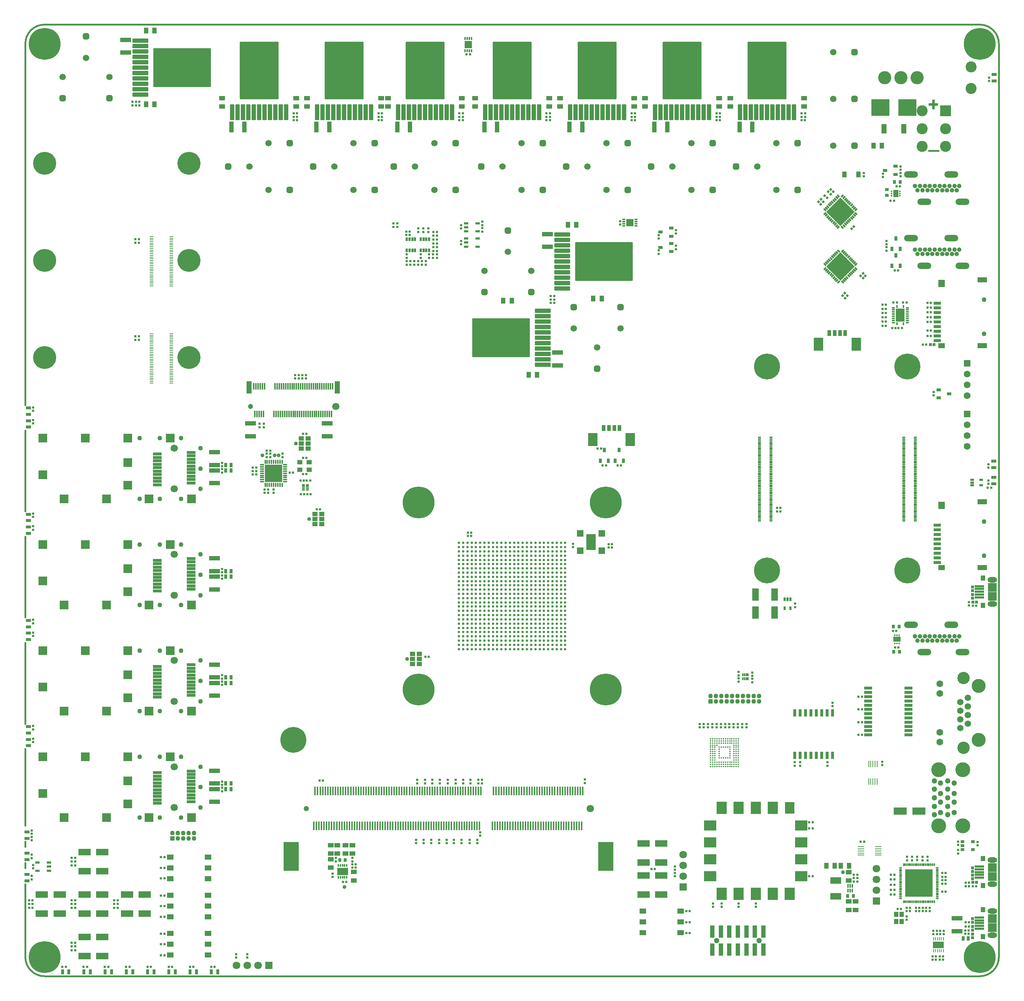
<source format=gts>
G04*
G04 #@! TF.GenerationSoftware,Altium Limited,Altium Designer,22.10.1 (41)*
G04*
G04 Layer_Color=8388736*
%FSAX44Y44*%
%MOMM*%
G71*
G04*
G04 #@! TF.SameCoordinates,5DDCA6B8-CE55-411C-979C-A3AAA62AB61D*
G04*
G04*
G04 #@! TF.FilePolarity,Negative*
G04*
G01*
G75*
%ADD34R,1.1000X1.1000*%
G04:AMPARAMS|DCode=38|XSize=1.5376mm|YSize=0.2525mm|CornerRadius=0.1262mm|HoleSize=0mm|Usage=FLASHONLY|Rotation=270.000|XOffset=0mm|YOffset=0mm|HoleType=Round|Shape=RoundedRectangle|*
%AMROUNDEDRECTD38*
21,1,1.5376,0.0000,0,0,270.0*
21,1,1.2851,0.2525,0,0,270.0*
1,1,0.2525,0.0000,-0.6425*
1,1,0.2525,0.0000,0.6425*
1,1,0.2525,0.0000,0.6425*
1,1,0.2525,0.0000,-0.6425*
%
%ADD38ROUNDEDRECTD38*%
%ADD39R,0.2525X1.5376*%
%ADD67C,0.6000*%
G04:AMPARAMS|DCode=76|XSize=1.5376mm|YSize=0.2525mm|CornerRadius=0.1262mm|HoleSize=0mm|Usage=FLASHONLY|Rotation=0.000|XOffset=0mm|YOffset=0mm|HoleType=Round|Shape=RoundedRectangle|*
%AMROUNDEDRECTD76*
21,1,1.5376,0.0000,0,0,0.0*
21,1,1.2851,0.2525,0,0,0.0*
1,1,0.2525,0.6425,0.0000*
1,1,0.2525,-0.6425,0.0000*
1,1,0.2525,-0.6425,0.0000*
1,1,0.2525,0.6425,0.0000*
%
%ADD76ROUNDEDRECTD76*%
%ADD77R,1.5376X0.2525*%
G04:AMPARAMS|DCode=78|XSize=2.8mm|YSize=2.3mm|CornerRadius=0mm|HoleSize=0mm|Usage=FLASHONLY|Rotation=0.000|XOffset=0mm|YOffset=0mm|HoleType=Round|Shape=RoundedRectangle|*
%AMROUNDEDRECTD78*
21,1,2.8000,2.3000,0,0,0.0*
21,1,2.8000,2.3000,0,0,0.0*
1,1,0.0000,1.4000,-1.1500*
1,1,0.0000,-1.4000,-1.1500*
1,1,0.0000,-1.4000,1.1500*
1,1,0.0000,1.4000,1.1500*
%
%ADD78ROUNDEDRECTD78*%
%ADD79R,2.3000X2.8000*%
G04:AMPARAMS|DCode=80|XSize=2.8mm|YSize=2.3mm|CornerRadius=0mm|HoleSize=0mm|Usage=FLASHONLY|Rotation=270.000|XOffset=0mm|YOffset=0mm|HoleType=Round|Shape=RoundedRectangle|*
%AMROUNDEDRECTD80*
21,1,2.8000,2.3000,0,0,270.0*
21,1,2.8000,2.3000,0,0,270.0*
1,1,0.0000,-1.1500,-1.4000*
1,1,0.0000,-1.1500,1.4000*
1,1,0.0000,1.1500,1.4000*
1,1,0.0000,1.1500,-1.4000*
%
%ADD80ROUNDEDRECTD80*%
G04:AMPARAMS|DCode=81|XSize=0.8397mm|YSize=0.2225mm|CornerRadius=0.1112mm|HoleSize=0mm|Usage=FLASHONLY|Rotation=270.000|XOffset=0mm|YOffset=0mm|HoleType=Round|Shape=RoundedRectangle|*
%AMROUNDEDRECTD81*
21,1,0.8397,0.0000,0,0,270.0*
21,1,0.6172,0.2225,0,0,270.0*
1,1,0.2225,0.0000,-0.3086*
1,1,0.2225,0.0000,0.3086*
1,1,0.2225,0.0000,0.3086*
1,1,0.2225,0.0000,-0.3086*
%
%ADD81ROUNDEDRECTD81*%
%ADD82R,0.2225X0.8397*%
%ADD125C,0.4500*%
%ADD126R,0.4800X0.5800*%
%ADD127R,1.7000X0.8000*%
%ADD128R,2.3000X1.3000*%
%ADD129R,1.6000X1.3000*%
%ADD130R,1.6000X1.7000*%
%ADD131R,1.1000X1.3000*%
%ADD132R,2.2000X0.5000*%
%ADD133R,2.0000X2.0000*%
%ADD134R,0.5800X0.4800*%
%ADD135R,0.7000X0.6500*%
%ADD136R,0.6500X0.7000*%
%ADD137R,3.1000X1.7000*%
%ADD138R,1.1000X1.3500*%
%ADD139R,2.6000X1.1000*%
%ADD140R,1.3000X2.1700*%
%ADD141R,0.4500X2.1000*%
%ADD142R,3.6000X6.9000*%
%ADD143R,2.1000X0.7000*%
%ADD144R,0.4000X1.6500*%
%ADD145R,1.3000X2.8500*%
%ADD146R,0.9000X1.4000*%
%ADD147R,2.2000X3.1000*%
%ADD148R,1.1000X2.8500*%
%ADD149R,2.6000X1.6000*%
%ADD150R,1.6000X1.2000*%
%ADD151R,2.9000X1.5000*%
%ADD152R,1.8800X0.7400*%
G04:AMPARAMS|DCode=153|XSize=0.35mm|YSize=0.7mm|CornerRadius=0.0563mm|HoleSize=0mm|Usage=FLASHONLY|Rotation=0.000|XOffset=0mm|YOffset=0mm|HoleType=Round|Shape=RoundedRectangle|*
%AMROUNDEDRECTD153*
21,1,0.3500,0.5875,0,0,0.0*
21,1,0.2375,0.7000,0,0,0.0*
1,1,0.1125,0.1188,-0.2938*
1,1,0.1125,-0.1188,-0.2938*
1,1,0.1125,-0.1188,0.2938*
1,1,0.1125,0.1188,0.2938*
%
%ADD153ROUNDEDRECTD153*%
%ADD154R,2.5000X1.7500*%
%ADD155R,0.5000X0.9000*%
%ADD156R,0.3800X0.9500*%
%ADD157R,0.3800X0.8500*%
%ADD158O,0.3000X0.8000*%
%ADD159O,0.8000X0.3000*%
%ADD160R,6.4000X6.4000*%
%ADD161R,0.9000X0.6500*%
%ADD162R,2.5000X1.6000*%
%ADD163R,0.7000X1.7500*%
%ADD164R,0.7000X0.3900*%
%ADD165R,0.3900X0.7000*%
%ADD166R,2.1000X3.1000*%
%ADD167P,6.7175X4X180.0*%
G04:AMPARAMS|DCode=168|XSize=0.4mm|YSize=0.825mm|CornerRadius=0mm|HoleSize=0mm|Usage=FLASHONLY|Rotation=135.000|XOffset=0mm|YOffset=0mm|HoleType=Round|Shape=Round|*
%AMOVALD168*
21,1,0.4250,0.4000,0.0000,0.0000,225.0*
1,1,0.4000,0.1503,0.1503*
1,1,0.4000,-0.1503,-0.1503*
%
%ADD168OVALD168*%

G04:AMPARAMS|DCode=169|XSize=0.4mm|YSize=0.825mm|CornerRadius=0mm|HoleSize=0mm|Usage=FLASHONLY|Rotation=225.000|XOffset=0mm|YOffset=0mm|HoleType=Round|Shape=Round|*
%AMOVALD169*
21,1,0.4250,0.4000,0.0000,0.0000,315.0*
1,1,0.4000,-0.1503,0.1503*
1,1,0.4000,0.1503,-0.1503*
%
%ADD169OVALD169*%

%ADD170R,0.4500X0.3500*%
%ADD171R,1.3000X1.7000*%
%ADD172P,6.7175X4X270.0*%
%ADD173O,1.0000X0.4000*%
%ADD174O,0.4000X1.0000*%
%ADD175R,4.1000X4.1000*%
%ADD176R,0.8000X0.3000*%
%ADD177R,0.7250X0.3500*%
%ADD178R,1.7000X1.7000*%
G04:AMPARAMS|DCode=179|XSize=0.95mm|YSize=3.7mm|CornerRadius=0.101mm|HoleSize=0mm|Usage=FLASHONLY|Rotation=270.000|XOffset=0mm|YOffset=0mm|HoleType=Round|Shape=RoundedRectangle|*
%AMROUNDEDRECTD179*
21,1,0.9500,3.4980,0,0,270.0*
21,1,0.7480,3.7000,0,0,270.0*
1,1,0.2020,-1.7490,-0.3740*
1,1,0.2020,-1.7490,0.3740*
1,1,0.2020,1.7490,0.3740*
1,1,0.2020,1.7490,-0.3740*
%
%ADD179ROUNDEDRECTD179*%
G04:AMPARAMS|DCode=180|XSize=9.226mm|YSize=13.47mm|CornerRadius=0.0956mm|HoleSize=0mm|Usage=FLASHONLY|Rotation=270.000|XOffset=0mm|YOffset=0mm|HoleType=Round|Shape=RoundedRectangle|*
%AMROUNDEDRECTD180*
21,1,9.2260,13.2787,0,0,270.0*
21,1,9.0347,13.4700,0,0,270.0*
1,1,0.1913,-6.6394,-4.5174*
1,1,0.1913,-6.6394,4.5174*
1,1,0.1913,6.6394,4.5174*
1,1,0.1913,6.6394,-4.5174*
%
%ADD180ROUNDEDRECTD180*%
%ADD181R,1.1000X0.6000*%
%ADD182R,2.3000X3.8000*%
%ADD183R,1.5000X1.5000*%
%ADD184R,1.3000X1.0500*%
%ADD185R,1.2000X1.0000*%
%ADD186R,1.2000X0.6500*%
%ADD187R,0.9300X0.2300*%
%ADD188R,4.3400X3.9100*%
%ADD189R,1.0500X0.7500*%
%ADD190C,0.3500*%
%ADD191R,1.3500X1.1000*%
%ADD192R,1.1000X2.6000*%
G04:AMPARAMS|DCode=193|XSize=0.95mm|YSize=3.7mm|CornerRadius=0.101mm|HoleSize=0mm|Usage=FLASHONLY|Rotation=180.000|XOffset=0mm|YOffset=0mm|HoleType=Round|Shape=RoundedRectangle|*
%AMROUNDEDRECTD193*
21,1,0.9500,3.4980,0,0,180.0*
21,1,0.7480,3.7000,0,0,180.0*
1,1,0.2020,-0.3740,1.7490*
1,1,0.2020,0.3740,1.7490*
1,1,0.2020,0.3740,-1.7490*
1,1,0.2020,-0.3740,-1.7490*
%
%ADD193ROUNDEDRECTD193*%
G04:AMPARAMS|DCode=194|XSize=9.226mm|YSize=13.47mm|CornerRadius=0.0956mm|HoleSize=0mm|Usage=FLASHONLY|Rotation=180.000|XOffset=0mm|YOffset=0mm|HoleType=Round|Shape=RoundedRectangle|*
%AMROUNDEDRECTD194*
21,1,9.2260,13.2787,0,0,180.0*
21,1,9.0347,13.4700,0,0,180.0*
1,1,0.1913,-4.5174,6.6394*
1,1,0.1913,4.5174,6.6394*
1,1,0.1913,4.5174,-6.6394*
1,1,0.1913,-4.5174,-6.6394*
%
%ADD194ROUNDEDRECTD194*%
%ADD195R,1.0100X1.3200*%
%ADD196R,0.3000X0.8000*%
%ADD197R,0.9000X0.5000*%
G04:AMPARAMS|DCode=198|XSize=0.58mm|YSize=0.48mm|CornerRadius=0mm|HoleSize=0mm|Usage=FLASHONLY|Rotation=45.000|XOffset=0mm|YOffset=0mm|HoleType=Round|Shape=Rectangle|*
%AMROTATEDRECTD198*
4,1,4,-0.0354,-0.3748,-0.3748,-0.0354,0.0354,0.3748,0.3748,0.0354,-0.0354,-0.3748,0.0*
%
%ADD198ROTATEDRECTD198*%

G04:AMPARAMS|DCode=199|XSize=0.58mm|YSize=0.48mm|CornerRadius=0mm|HoleSize=0mm|Usage=FLASHONLY|Rotation=135.000|XOffset=0mm|YOffset=0mm|HoleType=Round|Shape=Rectangle|*
%AMROTATEDRECTD199*
4,1,4,0.3748,-0.0354,0.0354,-0.3748,-0.3748,0.0354,-0.0354,0.3748,0.3748,-0.0354,0.0*
%
%ADD199ROTATEDRECTD199*%

%ADD200R,0.3500X0.7250*%
%ADD201R,1.7000X1.7000*%
%ADD202R,0.9000X0.7300*%
%ADD203R,0.7300X0.9000*%
%ADD204R,1.7000X1.3000*%
%ADD205R,0.3500X0.4500*%
%ADD206R,0.6500X1.2000*%
%ADD207R,0.7500X1.0500*%
%ADD208R,0.6500X1.1000*%
%ADD209C,0.9000*%
%ADD210R,1.5000X2.9000*%
%ADD211C,2.6000*%
%ADD212C,3.1000*%
%ADD213C,1.1000*%
%ADD214O,2.2500X1.3000*%
%ADD215R,0.1000X0.1000*%
%ADD216C,1.5000*%
G04:AMPARAMS|DCode=217|XSize=1.5mm|YSize=1.5mm|CornerRadius=0.4mm|HoleSize=0mm|Usage=FLASHONLY|Rotation=270.000|XOffset=0mm|YOffset=0mm|HoleType=Round|Shape=RoundedRectangle|*
%AMROUNDEDRECTD217*
21,1,1.5000,0.7000,0,0,270.0*
21,1,0.7000,1.5000,0,0,270.0*
1,1,0.8000,-0.3500,-0.3500*
1,1,0.8000,-0.3500,0.3500*
1,1,0.8000,0.3500,0.3500*
1,1,0.8000,0.3500,-0.3500*
%
%ADD217ROUNDEDRECTD217*%
%ADD218C,6.1000*%
%ADD219C,1.7500*%
%ADD220C,1.2500*%
%ADD221C,1.7000*%
%ADD222C,1.2000*%
%ADD223C,1.6000*%
%ADD224C,3.3000*%
%ADD225C,2.9000*%
%ADD226C,1.3000*%
%ADD227C,3.5000*%
%ADD228R,1.8000X1.8000*%
%ADD229C,1.8000*%
%ADD230R,2.6000X2.6000*%
%ADD231R,2.1000X2.1000*%
%ADD232C,7.5000*%
%ADD233C,5.4000*%
%ADD234R,1.6000X1.6000*%
%ADD235O,3.3000X1.5000*%
%ADD236R,0.1000X0.1000*%
%ADD237C,1.0500*%
G04:AMPARAMS|DCode=238|XSize=1.5mm|YSize=1.5mm|CornerRadius=0.4mm|HoleSize=0mm|Usage=FLASHONLY|Rotation=0.000|XOffset=0mm|YOffset=0mm|HoleType=Round|Shape=RoundedRectangle|*
%AMROUNDEDRECTD238*
21,1,1.5000,0.7000,0,0,0.0*
21,1,0.7000,1.5000,0,0,0.0*
1,1,0.8000,0.3500,-0.3500*
1,1,0.8000,-0.3500,-0.3500*
1,1,0.8000,-0.3500,0.3500*
1,1,0.8000,0.3500,0.3500*
%
%ADD238ROUNDEDRECTD238*%
%ADD239R,1.8000X1.8000*%
G36*
X02154773Y01945580D02*
X02129227D01*
Y01949560D01*
X02154773D01*
Y01945580D01*
D02*
G37*
G36*
X02143777Y02059869D02*
X02152200D01*
Y02054131D01*
X02143777D01*
Y02045847D01*
X02138177D01*
Y02054131D01*
X02129801D01*
Y02059869D01*
X02138177D01*
Y02068153D01*
X02143777D01*
Y02059869D01*
D02*
G37*
D34*
X01616850Y00651650D02*
D03*
X00350900Y00329300D02*
D03*
D38*
X02008865Y00463330D02*
D03*
X02003865D02*
D03*
X01998865D02*
D03*
X01993865D02*
D03*
X01988865D02*
D03*
Y00504661D02*
D03*
X01993865D02*
D03*
X01998865D02*
D03*
X02003865D02*
D03*
D39*
X02008865D02*
D03*
D67*
X01275000Y00775000D02*
D03*
Y00785000D02*
D03*
Y00795000D02*
D03*
Y00805000D02*
D03*
Y00815000D02*
D03*
Y00825000D02*
D03*
Y00835000D02*
D03*
Y00845000D02*
D03*
Y00855000D02*
D03*
Y00865000D02*
D03*
Y00875000D02*
D03*
Y00885000D02*
D03*
Y00895000D02*
D03*
Y00905000D02*
D03*
Y00915000D02*
D03*
Y00925000D02*
D03*
Y00935000D02*
D03*
Y00945000D02*
D03*
Y00955000D02*
D03*
Y00965000D02*
D03*
Y00975000D02*
D03*
Y00985000D02*
D03*
Y00995000D02*
D03*
Y01005000D02*
D03*
Y01015000D02*
D03*
Y01025000D02*
D03*
X01265000Y00775000D02*
D03*
Y00785000D02*
D03*
Y00795000D02*
D03*
Y00805000D02*
D03*
Y00815000D02*
D03*
Y00825000D02*
D03*
Y00835000D02*
D03*
Y00845000D02*
D03*
Y00855000D02*
D03*
Y00865000D02*
D03*
Y00885000D02*
D03*
Y00895000D02*
D03*
Y00905000D02*
D03*
Y00915000D02*
D03*
Y00925000D02*
D03*
Y00935000D02*
D03*
Y00955000D02*
D03*
Y00965000D02*
D03*
Y00975000D02*
D03*
Y00985000D02*
D03*
Y00995000D02*
D03*
Y01005000D02*
D03*
Y01015000D02*
D03*
Y01025000D02*
D03*
X01255000Y00775000D02*
D03*
Y00785000D02*
D03*
Y00795000D02*
D03*
Y00805000D02*
D03*
Y00815000D02*
D03*
Y00825000D02*
D03*
Y00835000D02*
D03*
Y00845000D02*
D03*
Y00855000D02*
D03*
Y00865000D02*
D03*
Y00885000D02*
D03*
Y00895000D02*
D03*
Y00905000D02*
D03*
Y00915000D02*
D03*
Y00925000D02*
D03*
Y00935000D02*
D03*
Y00965000D02*
D03*
Y00975000D02*
D03*
Y00985000D02*
D03*
Y00995000D02*
D03*
Y01005000D02*
D03*
Y01015000D02*
D03*
Y01025000D02*
D03*
X01245000Y00775000D02*
D03*
Y00785000D02*
D03*
Y00795000D02*
D03*
Y00805000D02*
D03*
Y00815000D02*
D03*
Y00825000D02*
D03*
Y00835000D02*
D03*
Y00845000D02*
D03*
Y00855000D02*
D03*
Y00865000D02*
D03*
Y00895000D02*
D03*
Y00905000D02*
D03*
Y00915000D02*
D03*
Y00925000D02*
D03*
Y00935000D02*
D03*
Y00945000D02*
D03*
Y00965000D02*
D03*
Y00975000D02*
D03*
Y00985000D02*
D03*
Y00995000D02*
D03*
Y01005000D02*
D03*
Y01015000D02*
D03*
Y01025000D02*
D03*
X01235000Y00775000D02*
D03*
Y00785000D02*
D03*
Y00795000D02*
D03*
Y00805000D02*
D03*
Y00815000D02*
D03*
Y00825000D02*
D03*
Y00835000D02*
D03*
Y00845000D02*
D03*
Y00855000D02*
D03*
Y00865000D02*
D03*
Y00895000D02*
D03*
Y00905000D02*
D03*
Y00915000D02*
D03*
Y00925000D02*
D03*
Y00935000D02*
D03*
Y00945000D02*
D03*
Y00975000D02*
D03*
Y00985000D02*
D03*
Y00995000D02*
D03*
Y01005000D02*
D03*
Y01015000D02*
D03*
Y01025000D02*
D03*
X01225000Y00775000D02*
D03*
Y00785000D02*
D03*
Y00795000D02*
D03*
Y00805000D02*
D03*
Y00815000D02*
D03*
Y00825000D02*
D03*
Y00835000D02*
D03*
Y00845000D02*
D03*
Y00855000D02*
D03*
Y00865000D02*
D03*
Y00875000D02*
D03*
Y00885000D02*
D03*
Y00905000D02*
D03*
Y00915000D02*
D03*
Y00925000D02*
D03*
Y00935000D02*
D03*
Y00975000D02*
D03*
Y00995000D02*
D03*
Y01025000D02*
D03*
X01215000Y00775000D02*
D03*
Y00785000D02*
D03*
Y00795000D02*
D03*
Y00805000D02*
D03*
Y00815000D02*
D03*
Y00825000D02*
D03*
Y00835000D02*
D03*
Y00845000D02*
D03*
Y00855000D02*
D03*
Y00885000D02*
D03*
Y00895000D02*
D03*
Y00905000D02*
D03*
Y00915000D02*
D03*
Y00925000D02*
D03*
Y00935000D02*
D03*
Y00945000D02*
D03*
Y00955000D02*
D03*
Y00965000D02*
D03*
Y00975000D02*
D03*
Y00985000D02*
D03*
Y00995000D02*
D03*
Y01005000D02*
D03*
Y01015000D02*
D03*
Y01025000D02*
D03*
X01205000Y00775000D02*
D03*
Y00785000D02*
D03*
Y00795000D02*
D03*
Y00805000D02*
D03*
Y00815000D02*
D03*
Y00825000D02*
D03*
Y00835000D02*
D03*
Y00845000D02*
D03*
Y00855000D02*
D03*
Y00865000D02*
D03*
Y00875000D02*
D03*
Y00885000D02*
D03*
Y00895000D02*
D03*
Y00905000D02*
D03*
Y00915000D02*
D03*
Y00925000D02*
D03*
Y00935000D02*
D03*
Y00945000D02*
D03*
Y00955000D02*
D03*
Y00965000D02*
D03*
Y00975000D02*
D03*
Y00985000D02*
D03*
Y00995000D02*
D03*
Y01005000D02*
D03*
Y01015000D02*
D03*
Y01025000D02*
D03*
X01195000Y00775000D02*
D03*
Y00785000D02*
D03*
Y00795000D02*
D03*
Y00805000D02*
D03*
Y00815000D02*
D03*
Y00825000D02*
D03*
Y00835000D02*
D03*
Y00845000D02*
D03*
Y00855000D02*
D03*
Y00865000D02*
D03*
Y00875000D02*
D03*
Y00885000D02*
D03*
Y00895000D02*
D03*
Y00905000D02*
D03*
Y00915000D02*
D03*
Y00925000D02*
D03*
Y00935000D02*
D03*
Y00945000D02*
D03*
Y00955000D02*
D03*
Y00965000D02*
D03*
Y00975000D02*
D03*
Y00985000D02*
D03*
Y01005000D02*
D03*
Y01015000D02*
D03*
Y01025000D02*
D03*
X01185000Y00775000D02*
D03*
Y00785000D02*
D03*
Y00795000D02*
D03*
Y00805000D02*
D03*
Y00815000D02*
D03*
Y00825000D02*
D03*
Y00835000D02*
D03*
Y00845000D02*
D03*
Y00855000D02*
D03*
Y00865000D02*
D03*
Y00875000D02*
D03*
Y00885000D02*
D03*
Y00895000D02*
D03*
Y00905000D02*
D03*
Y00915000D02*
D03*
Y00925000D02*
D03*
Y00935000D02*
D03*
Y00945000D02*
D03*
Y00955000D02*
D03*
Y00965000D02*
D03*
Y00975000D02*
D03*
Y00985000D02*
D03*
Y00995000D02*
D03*
Y01005000D02*
D03*
Y01015000D02*
D03*
Y01025000D02*
D03*
X01175000Y00775000D02*
D03*
Y00785000D02*
D03*
Y00795000D02*
D03*
Y00805000D02*
D03*
Y00815000D02*
D03*
Y00825000D02*
D03*
Y00835000D02*
D03*
Y00845000D02*
D03*
Y00855000D02*
D03*
Y00865000D02*
D03*
Y00875000D02*
D03*
Y00885000D02*
D03*
Y00895000D02*
D03*
Y00905000D02*
D03*
Y00915000D02*
D03*
Y00925000D02*
D03*
Y00935000D02*
D03*
Y00945000D02*
D03*
Y00965000D02*
D03*
Y00975000D02*
D03*
Y00985000D02*
D03*
Y00995000D02*
D03*
Y01005000D02*
D03*
Y01015000D02*
D03*
Y01025000D02*
D03*
X01165000Y00775000D02*
D03*
Y00785000D02*
D03*
Y00795000D02*
D03*
Y00805000D02*
D03*
Y00815000D02*
D03*
Y00825000D02*
D03*
Y00835000D02*
D03*
Y00845000D02*
D03*
Y00855000D02*
D03*
Y00865000D02*
D03*
Y00875000D02*
D03*
Y00885000D02*
D03*
Y00895000D02*
D03*
Y00905000D02*
D03*
Y00915000D02*
D03*
Y00925000D02*
D03*
Y00935000D02*
D03*
Y00945000D02*
D03*
Y00955000D02*
D03*
Y00965000D02*
D03*
Y00975000D02*
D03*
Y00985000D02*
D03*
Y00995000D02*
D03*
Y01005000D02*
D03*
Y01015000D02*
D03*
Y01025000D02*
D03*
X01155000Y00775000D02*
D03*
Y00785000D02*
D03*
Y00795000D02*
D03*
Y00805000D02*
D03*
Y00815000D02*
D03*
Y00825000D02*
D03*
Y00835000D02*
D03*
Y00845000D02*
D03*
Y00855000D02*
D03*
Y00865000D02*
D03*
Y00875000D02*
D03*
Y00885000D02*
D03*
Y00895000D02*
D03*
Y00905000D02*
D03*
Y00915000D02*
D03*
Y00925000D02*
D03*
Y00935000D02*
D03*
Y00945000D02*
D03*
Y00955000D02*
D03*
Y00965000D02*
D03*
Y00975000D02*
D03*
Y00985000D02*
D03*
Y00995000D02*
D03*
Y01005000D02*
D03*
Y01015000D02*
D03*
Y01025000D02*
D03*
X01145000Y00775000D02*
D03*
Y00785000D02*
D03*
Y00795000D02*
D03*
Y00805000D02*
D03*
Y00815000D02*
D03*
Y00825000D02*
D03*
Y00835000D02*
D03*
Y00845000D02*
D03*
Y00855000D02*
D03*
Y00865000D02*
D03*
Y00875000D02*
D03*
Y00885000D02*
D03*
Y00895000D02*
D03*
Y00905000D02*
D03*
Y00915000D02*
D03*
Y00925000D02*
D03*
Y00935000D02*
D03*
Y00945000D02*
D03*
Y00955000D02*
D03*
Y00965000D02*
D03*
Y00975000D02*
D03*
Y00985000D02*
D03*
Y00995000D02*
D03*
Y01005000D02*
D03*
Y01015000D02*
D03*
Y01025000D02*
D03*
X01135000Y00775000D02*
D03*
Y00785000D02*
D03*
Y00795000D02*
D03*
Y00805000D02*
D03*
Y00815000D02*
D03*
Y00825000D02*
D03*
Y00835000D02*
D03*
Y00845000D02*
D03*
Y00855000D02*
D03*
Y00865000D02*
D03*
Y00875000D02*
D03*
Y00885000D02*
D03*
Y00895000D02*
D03*
Y00905000D02*
D03*
Y00915000D02*
D03*
Y00925000D02*
D03*
Y00935000D02*
D03*
Y00945000D02*
D03*
Y00965000D02*
D03*
Y00975000D02*
D03*
Y00985000D02*
D03*
Y00995000D02*
D03*
Y01005000D02*
D03*
Y01015000D02*
D03*
Y01025000D02*
D03*
X01125000Y00775000D02*
D03*
Y00785000D02*
D03*
Y00795000D02*
D03*
Y00805000D02*
D03*
Y00815000D02*
D03*
Y00825000D02*
D03*
Y00835000D02*
D03*
Y00845000D02*
D03*
Y00855000D02*
D03*
Y00865000D02*
D03*
Y00875000D02*
D03*
Y00885000D02*
D03*
Y00895000D02*
D03*
Y00905000D02*
D03*
Y00915000D02*
D03*
Y00925000D02*
D03*
Y00935000D02*
D03*
Y00965000D02*
D03*
Y00975000D02*
D03*
Y00985000D02*
D03*
Y00995000D02*
D03*
Y01005000D02*
D03*
Y01015000D02*
D03*
Y01025000D02*
D03*
X01115000Y00775000D02*
D03*
Y00785000D02*
D03*
Y00795000D02*
D03*
Y00805000D02*
D03*
Y00815000D02*
D03*
Y00825000D02*
D03*
Y00835000D02*
D03*
Y00845000D02*
D03*
Y00855000D02*
D03*
Y00865000D02*
D03*
Y00875000D02*
D03*
Y00885000D02*
D03*
Y00895000D02*
D03*
Y00905000D02*
D03*
Y00915000D02*
D03*
Y00925000D02*
D03*
Y00935000D02*
D03*
Y00955000D02*
D03*
Y00965000D02*
D03*
Y00975000D02*
D03*
Y00985000D02*
D03*
Y00995000D02*
D03*
Y01005000D02*
D03*
Y01015000D02*
D03*
Y01025000D02*
D03*
X01105000Y00775000D02*
D03*
Y00785000D02*
D03*
Y00795000D02*
D03*
Y00805000D02*
D03*
Y00815000D02*
D03*
Y00825000D02*
D03*
Y00835000D02*
D03*
Y00845000D02*
D03*
Y00855000D02*
D03*
Y00865000D02*
D03*
Y00875000D02*
D03*
Y00885000D02*
D03*
Y00895000D02*
D03*
Y00905000D02*
D03*
Y00915000D02*
D03*
Y00925000D02*
D03*
Y00935000D02*
D03*
Y00945000D02*
D03*
Y00955000D02*
D03*
Y00965000D02*
D03*
Y00975000D02*
D03*
Y00985000D02*
D03*
Y00995000D02*
D03*
X01095000Y00775000D02*
D03*
Y00785000D02*
D03*
Y00795000D02*
D03*
Y00805000D02*
D03*
Y00815000D02*
D03*
Y00825000D02*
D03*
Y00835000D02*
D03*
Y00845000D02*
D03*
Y00855000D02*
D03*
Y00865000D02*
D03*
Y00875000D02*
D03*
Y00885000D02*
D03*
Y00895000D02*
D03*
Y00905000D02*
D03*
Y00915000D02*
D03*
Y00925000D02*
D03*
Y00935000D02*
D03*
Y00945000D02*
D03*
Y00955000D02*
D03*
Y00965000D02*
D03*
Y00975000D02*
D03*
Y00985000D02*
D03*
Y00995000D02*
D03*
Y01005000D02*
D03*
Y01015000D02*
D03*
X01085000Y00775000D02*
D03*
Y00785000D02*
D03*
Y00795000D02*
D03*
Y00805000D02*
D03*
Y00815000D02*
D03*
Y00825000D02*
D03*
Y00835000D02*
D03*
Y00845000D02*
D03*
Y00855000D02*
D03*
Y00865000D02*
D03*
Y00875000D02*
D03*
Y00885000D02*
D03*
Y00895000D02*
D03*
Y00905000D02*
D03*
Y00915000D02*
D03*
Y00925000D02*
D03*
Y00935000D02*
D03*
Y00945000D02*
D03*
Y00955000D02*
D03*
Y00965000D02*
D03*
Y00975000D02*
D03*
Y00985000D02*
D03*
Y00995000D02*
D03*
Y01005000D02*
D03*
Y01015000D02*
D03*
Y01025000D02*
D03*
X01075000Y00775000D02*
D03*
Y00785000D02*
D03*
Y00795000D02*
D03*
Y00805000D02*
D03*
Y00815000D02*
D03*
Y00825000D02*
D03*
Y00835000D02*
D03*
Y00845000D02*
D03*
Y00855000D02*
D03*
Y00865000D02*
D03*
Y00875000D02*
D03*
Y00885000D02*
D03*
Y00895000D02*
D03*
Y00905000D02*
D03*
Y00915000D02*
D03*
Y00925000D02*
D03*
Y00935000D02*
D03*
Y00945000D02*
D03*
Y00955000D02*
D03*
Y00965000D02*
D03*
Y00975000D02*
D03*
Y00985000D02*
D03*
Y00995000D02*
D03*
Y01005000D02*
D03*
Y01015000D02*
D03*
Y01025000D02*
D03*
X01065000Y00775000D02*
D03*
Y00785000D02*
D03*
Y00795000D02*
D03*
Y00805000D02*
D03*
Y00815000D02*
D03*
Y00825000D02*
D03*
Y00835000D02*
D03*
Y00845000D02*
D03*
Y00855000D02*
D03*
Y00865000D02*
D03*
Y00875000D02*
D03*
Y00885000D02*
D03*
Y00895000D02*
D03*
Y00905000D02*
D03*
Y00915000D02*
D03*
Y00925000D02*
D03*
Y00935000D02*
D03*
Y00945000D02*
D03*
Y00955000D02*
D03*
Y00965000D02*
D03*
Y00975000D02*
D03*
Y00985000D02*
D03*
Y00995000D02*
D03*
Y01005000D02*
D03*
Y01015000D02*
D03*
Y01025000D02*
D03*
X01055000Y00775000D02*
D03*
Y00785000D02*
D03*
Y00795000D02*
D03*
Y00805000D02*
D03*
Y00815000D02*
D03*
Y00825000D02*
D03*
Y00835000D02*
D03*
Y00845000D02*
D03*
Y00855000D02*
D03*
Y00865000D02*
D03*
Y00875000D02*
D03*
Y00885000D02*
D03*
Y00895000D02*
D03*
Y00905000D02*
D03*
Y00915000D02*
D03*
Y00925000D02*
D03*
Y00935000D02*
D03*
Y00945000D02*
D03*
Y00955000D02*
D03*
Y00965000D02*
D03*
Y00975000D02*
D03*
Y00985000D02*
D03*
Y00995000D02*
D03*
Y01005000D02*
D03*
Y01015000D02*
D03*
Y01025000D02*
D03*
X01045000Y00775000D02*
D03*
Y00785000D02*
D03*
Y00795000D02*
D03*
Y00805000D02*
D03*
Y00815000D02*
D03*
Y00825000D02*
D03*
Y00835000D02*
D03*
Y00845000D02*
D03*
Y00855000D02*
D03*
Y00865000D02*
D03*
Y00875000D02*
D03*
Y00885000D02*
D03*
Y00895000D02*
D03*
Y00905000D02*
D03*
Y00915000D02*
D03*
Y00925000D02*
D03*
Y00935000D02*
D03*
Y00945000D02*
D03*
Y00955000D02*
D03*
Y00965000D02*
D03*
Y00975000D02*
D03*
Y00985000D02*
D03*
Y00995000D02*
D03*
Y01005000D02*
D03*
Y01015000D02*
D03*
Y01025000D02*
D03*
X01035000Y00775000D02*
D03*
Y00785000D02*
D03*
Y00795000D02*
D03*
Y00805000D02*
D03*
Y00815000D02*
D03*
Y00825000D02*
D03*
Y00835000D02*
D03*
Y00845000D02*
D03*
Y00855000D02*
D03*
Y00865000D02*
D03*
Y00875000D02*
D03*
Y00885000D02*
D03*
Y00895000D02*
D03*
Y00905000D02*
D03*
Y00915000D02*
D03*
Y00925000D02*
D03*
Y00935000D02*
D03*
Y00945000D02*
D03*
Y00955000D02*
D03*
Y00965000D02*
D03*
Y00975000D02*
D03*
Y00985000D02*
D03*
Y00995000D02*
D03*
Y01005000D02*
D03*
Y01015000D02*
D03*
Y01025000D02*
D03*
X01025000Y00775000D02*
D03*
Y00785000D02*
D03*
Y00795000D02*
D03*
Y00805000D02*
D03*
Y00815000D02*
D03*
Y00825000D02*
D03*
Y00835000D02*
D03*
Y00845000D02*
D03*
Y00855000D02*
D03*
Y00865000D02*
D03*
Y00875000D02*
D03*
Y00885000D02*
D03*
Y00895000D02*
D03*
Y00905000D02*
D03*
Y00915000D02*
D03*
Y00925000D02*
D03*
Y00935000D02*
D03*
Y00945000D02*
D03*
Y00955000D02*
D03*
Y00965000D02*
D03*
Y00975000D02*
D03*
Y00985000D02*
D03*
Y00995000D02*
D03*
Y01005000D02*
D03*
Y01015000D02*
D03*
Y01025000D02*
D03*
X01095000D02*
D03*
X01105000D02*
D03*
Y01015000D02*
D03*
Y01005000D02*
D03*
X01125000Y00955000D02*
D03*
X01135000D02*
D03*
X01115000Y00945000D02*
D03*
X01125000D02*
D03*
X01195000Y00995000D02*
D03*
X01175000Y00955000D02*
D03*
X01265000Y00875000D02*
D03*
X01255000D02*
D03*
X01245000Y00885000D02*
D03*
X01235000D02*
D03*
X01225000Y00895000D02*
D03*
X01265000Y00945000D02*
D03*
X01255000D02*
D03*
X01225000D02*
D03*
X01255000Y00955000D02*
D03*
X01245000D02*
D03*
X01235000D02*
D03*
X01215000Y00875000D02*
D03*
X01245000D02*
D03*
X01215000Y00865000D02*
D03*
X01235000Y00875000D02*
D03*
X01225000Y00955000D02*
D03*
X01235000Y00965000D02*
D03*
X01225000D02*
D03*
Y00985000D02*
D03*
Y01005000D02*
D03*
Y01015000D02*
D03*
D76*
X01970334Y00305000D02*
D03*
Y00300000D02*
D03*
Y00295000D02*
D03*
X02011666Y00290000D02*
D03*
Y00295000D02*
D03*
Y00300000D02*
D03*
Y00305000D02*
D03*
Y00310000D02*
D03*
X01970334Y00290000D02*
D03*
D77*
Y00310000D02*
D03*
D78*
X01615750Y00320000D02*
D03*
Y00280000D02*
D03*
X01830250Y00360000D02*
D03*
Y00320000D02*
D03*
Y00280000D02*
D03*
Y00240000D02*
D03*
X01615750Y00360000D02*
D03*
Y00240000D02*
D03*
D79*
X01803000Y00401000D02*
D03*
D80*
Y00199000D02*
D03*
X01643000Y00401000D02*
D03*
Y00199000D02*
D03*
X01763000D02*
D03*
Y00401000D02*
D03*
X01723000D02*
D03*
X01683000D02*
D03*
Y00199000D02*
D03*
X01723000D02*
D03*
D81*
X02164250Y00064845D02*
D03*
X02159750D02*
D03*
X02155250D02*
D03*
X02150750D02*
D03*
X02146250D02*
D03*
X02141750D02*
D03*
Y00093155D02*
D03*
X02150750D02*
D03*
X02155250D02*
D03*
X02159750D02*
D03*
X02146250D02*
D03*
D82*
X02164250D02*
D03*
D125*
X00005004Y01349739D02*
G03*
X00005005Y01349739I00000001J00000001D01*
G01*
X00005002Y01099739D02*
G03*
X00005003Y01099738I00000002J00000002D01*
G01*
X00005002Y00849745D02*
G03*
X00005006Y00849740I00000005J00000000D01*
G01*
X00005005Y00789738D02*
G03*
X00005006Y00789737I00000002J00000002D01*
G01*
X00005003Y00359739D02*
G03*
X00005004Y00359738I00000002J00000002D01*
G01*
X00005002Y00050003D02*
G03*
X00005005Y00050000I00000003J00000000D01*
G01*
D02*
G03*
X00050000Y00005005I00044995J00000000D01*
G01*
Y02244996D02*
G03*
X00005005Y02200000I00000000J-00044995D01*
G01*
X02294995D02*
G03*
X02250000Y02244996I-00044995J00000000D01*
G01*
X02250001Y00004997D02*
G03*
X02294996Y00049992I00000000J00044995D01*
G01*
X00005004Y01349740D02*
X00005005Y02200000D01*
X00005003Y01099738D02*
Y01289739D01*
X00005002Y00849745D02*
Y01039739D01*
X00005005Y00599739D02*
Y00789738D01*
X00005004Y00359739D02*
Y00539739D01*
X00005000Y00272000D02*
X00005002Y00259739D01*
X00005000Y00322000D02*
X00005002Y00309739D01*
X00005002Y00050003D02*
Y00222000D01*
X02294996Y00049992D02*
Y00050261D01*
X02295000Y02200262D01*
X00049742Y02244996D02*
X02249739D01*
X02249997Y00005000D02*
X02250001Y00004997D01*
X00050000Y00005000D02*
X02249997D01*
D126*
X02234050Y00877000D02*
D03*
X02241950Y00877000D02*
D03*
X01249000Y01606000D02*
D03*
X01241100D02*
D03*
X01026000Y02020000D02*
D03*
X01033900D02*
D03*
X00836000Y02020000D02*
D03*
X00843900Y02020000D02*
D03*
X00636000Y02020000D02*
D03*
X00643900Y02020000D02*
D03*
X00114050Y00184000D02*
D03*
X00114050Y00166000D02*
D03*
X00114050Y00175000D02*
D03*
X00014050Y00184000D02*
D03*
Y00166000D02*
D03*
Y00175000D02*
D03*
X00114050Y00266000D02*
D03*
Y00284000D02*
D03*
Y00275000D02*
D03*
X01780950Y01107000D02*
D03*
X01773050D02*
D03*
X01780950Y01099000D02*
D03*
X01773050Y01099000D02*
D03*
X02116050Y01492000D02*
D03*
X02123950D02*
D03*
X02234050Y00217000D02*
D03*
X02241950D02*
D03*
X00264050Y01511000D02*
D03*
X00271950D02*
D03*
X00264050Y01739600D02*
D03*
X00271950D02*
D03*
X00264050Y01503000D02*
D03*
X00271950D02*
D03*
X00264050Y01731600D02*
D03*
X00271950D02*
D03*
X01567950Y00107000D02*
D03*
X01567950Y00158000D02*
D03*
Y00132000D02*
D03*
X01485450Y00257000D02*
D03*
X01856950Y00367000D02*
D03*
X01043050Y02175000D02*
D03*
X01238900Y02020000D02*
D03*
X01838900D02*
D03*
X01638900D02*
D03*
X01438900D02*
D03*
X00752050Y00226500D02*
D03*
X00704950Y00466000D02*
D03*
X02048350Y01830600D02*
D03*
X02054450Y01864600D02*
D03*
X00324050Y00054001D02*
D03*
Y00080000D02*
D03*
Y00105000D02*
D03*
Y00145000D02*
D03*
Y00170000D02*
D03*
Y00195000D02*
D03*
Y00235000D02*
D03*
Y00260000D02*
D03*
Y00285000D02*
D03*
X00972950Y01748000D02*
D03*
X00972950Y01739000D02*
D03*
X00972950Y01721000D02*
D03*
X00973000Y01712000D02*
D03*
X02127050Y01556000D02*
D03*
X02066950Y01531000D02*
D03*
X02054950Y01591000D02*
D03*
X02070050Y01591000D02*
D03*
X02276950Y01155000D02*
D03*
X02050850Y00779000D02*
D03*
X02045850Y00818000D02*
D03*
X01965050Y00573000D02*
D03*
X01965100Y00603000D02*
D03*
X01965050Y00633000D02*
D03*
Y00663000D02*
D03*
X00953950Y00757000D02*
D03*
X00658050Y01282000D02*
D03*
X00690050Y01104000D02*
D03*
X00540100Y01202000D02*
D03*
X00652050Y01172000D02*
D03*
X00665950Y01187000D02*
D03*
X00675950Y01140000D02*
D03*
X00653050D02*
D03*
X00658050Y01225000D02*
D03*
X00634950Y01190000D02*
D03*
X02064950Y00163000D02*
D03*
X02169450Y00231000D02*
D03*
X01978000Y00322000D02*
D03*
X01954050Y00228000D02*
D03*
X02041050Y00244000D02*
D03*
X02169450Y00248000D02*
D03*
Y00204000D02*
D03*
Y00223000D02*
D03*
X02041050Y00220000D02*
D03*
Y00233000D02*
D03*
Y00197000D02*
D03*
Y00208000D02*
D03*
X00121950Y00084000D02*
D03*
X00021950Y00184000D02*
D03*
X00121950D02*
D03*
X00221950D02*
D03*
X00121950Y00284000D02*
D03*
X02057950Y01666000D02*
D03*
X02047050Y01591000D02*
D03*
X02044050Y01531000D02*
D03*
X00946050Y00757000D02*
D03*
X00665950Y01282000D02*
D03*
X00697950Y01104000D02*
D03*
X00674950Y01172000D02*
D03*
X00668050Y01140000D02*
D03*
X00627050Y01190000D02*
D03*
X02021050Y01586000D02*
D03*
X02021050Y01576000D02*
D03*
X02021050Y01566000D02*
D03*
X02021050Y01556000D02*
D03*
X02021000Y01546000D02*
D03*
X02021050Y01536000D02*
D03*
X00972950Y01757000D02*
D03*
X01856950Y00240000D02*
D03*
X01398050Y01207000D02*
D03*
X01363050D02*
D03*
X01050950Y02175000D02*
D03*
X00759950Y00226500D02*
D03*
X00697050Y00466000D02*
D03*
X00221950Y00166000D02*
D03*
X00021950D02*
D03*
X00121950Y00166000D02*
D03*
Y00266000D02*
D03*
X02134950Y01556000D02*
D03*
X02077950Y01591000D02*
D03*
X00540050Y01194000D02*
D03*
X00540050Y01186000D02*
D03*
X00660950Y01140000D02*
D03*
X02169450Y00239000D02*
D03*
X01970100Y00322000D02*
D03*
X00121950Y00066000D02*
D03*
X02127050Y01590000D02*
D03*
Y01579000D02*
D03*
X02127100Y01568000D02*
D03*
X02127050Y01545000D02*
D03*
X02127050Y01525000D02*
D03*
Y01512000D02*
D03*
X01351050Y01247000D02*
D03*
X00272950Y02063000D02*
D03*
X02040450Y01830600D02*
D03*
X00972950Y01730000D02*
D03*
X02058750Y00779000D02*
D03*
X00272950Y02055000D02*
D03*
X02134950Y01579000D02*
D03*
X02062350Y01864600D02*
D03*
X02050050Y01666000D02*
D03*
X02224950Y00122000D02*
D03*
X02217050D02*
D03*
X02224950Y00132000D02*
D03*
X02217050D02*
D03*
X02134950Y01512000D02*
D03*
Y01525000D02*
D03*
Y01545000D02*
D03*
X02135000Y01568000D02*
D03*
X02134950Y01590000D02*
D03*
X02028950Y01536000D02*
D03*
X02028900Y01546000D02*
D03*
X02028950Y01556000D02*
D03*
X02028950Y01566000D02*
D03*
Y01576000D02*
D03*
Y01586000D02*
D03*
X00221950Y00175000D02*
D03*
X00214050Y00175000D02*
D03*
X00121950Y00175000D02*
D03*
X00021950D02*
D03*
X00214050Y00184000D02*
D03*
X00114050Y00066000D02*
D03*
X00121950Y00075001D02*
D03*
X00114050Y00075001D02*
D03*
X00114050Y00084000D02*
D03*
X00265050Y02055000D02*
D03*
X01961950Y00236000D02*
D03*
X01954050Y00236000D02*
D03*
X01954050Y00244000D02*
D03*
X01961950Y00244000D02*
D03*
X02048950Y00208000D02*
D03*
Y00197000D02*
D03*
X02048950Y00233000D02*
D03*
X02048950Y00220000D02*
D03*
X02161550Y00223000D02*
D03*
Y00204000D02*
D03*
Y00248000D02*
D03*
X02048950Y00244000D02*
D03*
X01961950Y00228000D02*
D03*
X02161550Y00239000D02*
D03*
X02161550Y00231000D02*
D03*
X02057050Y00163000D02*
D03*
X00580950Y01242000D02*
D03*
X00573050D02*
D03*
X00665950Y01225000D02*
D03*
X00658050Y01187000D02*
D03*
X00667050Y01172000D02*
D03*
X00547950Y01186000D02*
D03*
Y01194000D02*
D03*
X00659950Y01172000D02*
D03*
X00548000Y01202000D02*
D03*
X01972950Y00663000D02*
D03*
Y00633000D02*
D03*
X01973000Y00603000D02*
D03*
X01972950Y00573000D02*
D03*
X02053750Y00818000D02*
D03*
X02269050Y01155000D02*
D03*
X02051950Y01531000D02*
D03*
X02059050Y01531000D02*
D03*
X00965050Y01730000D02*
D03*
X00965100Y01712000D02*
D03*
X00965050Y01721000D02*
D03*
Y01757000D02*
D03*
X00965050Y01739000D02*
D03*
X00965050Y01748000D02*
D03*
X00331950Y00285000D02*
D03*
X00331950Y00260000D02*
D03*
X00121950Y00275000D02*
D03*
X00331950Y00235000D02*
D03*
Y00195000D02*
D03*
Y00170000D02*
D03*
Y00145000D02*
D03*
Y00105000D02*
D03*
X00214050Y00166000D02*
D03*
X00331950Y00080000D02*
D03*
Y00054001D02*
D03*
X00450000Y00027000D02*
D03*
X00442100D02*
D03*
X00399950Y00027000D02*
D03*
X00392050D02*
D03*
X00349950D02*
D03*
X00342050D02*
D03*
X00300000Y00027000D02*
D03*
X00292100D02*
D03*
X00249950Y00027000D02*
D03*
X00242050D02*
D03*
X00199950D02*
D03*
X00192050D02*
D03*
X00149950D02*
D03*
X00142050D02*
D03*
X00099950D02*
D03*
X00092050D02*
D03*
X00265050Y02063000D02*
D03*
X01431000Y02020000D02*
D03*
X01631000Y02020000D02*
D03*
X01831000D02*
D03*
X01231000Y02020000D02*
D03*
X01358950Y01247000D02*
D03*
X01370950Y01207000D02*
D03*
X01405950Y01207000D02*
D03*
X01849050Y00240000D02*
D03*
X01856950Y00353000D02*
D03*
X01849050D02*
D03*
X01849050Y00367000D02*
D03*
X01477550Y00257000D02*
D03*
X01560050Y00107000D02*
D03*
X01560050Y00132000D02*
D03*
X01560050Y00158000D02*
D03*
D127*
X02150000Y00979000D02*
D03*
Y01067000D02*
D03*
X02150000Y01056000D02*
D03*
X02150000Y01045000D02*
D03*
X02150000Y01034000D02*
D03*
X02150000Y01023000D02*
D03*
X02150000Y01001000D02*
D03*
Y00990000D02*
D03*
Y01012000D02*
D03*
Y01512500D02*
D03*
X02150000Y01523500D02*
D03*
X02150000Y01545500D02*
D03*
X02150000Y01567500D02*
D03*
X02150000Y01578500D02*
D03*
Y01589500D02*
D03*
Y01501500D02*
D03*
Y01556500D02*
D03*
Y01534500D02*
D03*
D128*
X02256000Y01122000D02*
D03*
Y00967000D02*
D03*
X02256000Y01489500D02*
D03*
Y01644500D02*
D03*
D129*
X02160000Y00967000D02*
D03*
Y01489500D02*
D03*
D130*
Y01113000D02*
D03*
X02160000Y01635500D02*
D03*
D131*
X02257500Y00878000D02*
D03*
Y00942000D02*
D03*
Y00098000D02*
D03*
Y00162000D02*
D03*
X02053660Y00133800D02*
D03*
X02066660Y00150800D02*
D03*
X02066660Y00133800D02*
D03*
X02053660Y00150800D02*
D03*
X02257500Y00282000D02*
D03*
Y00218000D02*
D03*
D132*
X02249500Y00916500D02*
D03*
X02249500Y00910000D02*
D03*
X02249500Y00903500D02*
D03*
X02249500Y00897000D02*
D03*
Y00923000D02*
D03*
Y00117000D02*
D03*
X02249500Y00123500D02*
D03*
X02249500Y00130000D02*
D03*
X02249500Y00136500D02*
D03*
X02249500Y00143000D02*
D03*
Y00263000D02*
D03*
Y00256500D02*
D03*
Y00250000D02*
D03*
X02249500Y00243500D02*
D03*
X02249500Y00237000D02*
D03*
D133*
X02280000Y00920500D02*
D03*
Y00899500D02*
D03*
Y00140500D02*
D03*
Y00119500D02*
D03*
Y00239500D02*
D03*
Y00260500D02*
D03*
D134*
X02225000Y00878050D02*
D03*
Y00885950D02*
D03*
X02020865Y00502046D02*
D03*
Y00509946D02*
D03*
X02142000Y01372050D02*
D03*
Y01379950D02*
D03*
X01661000Y00591050D02*
D03*
X01661000Y00598950D02*
D03*
X01651000Y00591050D02*
D03*
Y00598950D02*
D03*
X01641000Y00591050D02*
D03*
Y00598950D02*
D03*
X01631000Y00591050D02*
D03*
Y00598950D02*
D03*
X01611000Y00591050D02*
D03*
Y00598950D02*
D03*
X01591000Y00591050D02*
D03*
Y00598950D02*
D03*
X01601000Y00591050D02*
D03*
Y00598950D02*
D03*
X01621000Y00591050D02*
D03*
Y00598950D02*
D03*
X00501000Y00049100D02*
D03*
X00501000Y00057000D02*
D03*
X00527000Y00049100D02*
D03*
X00527000Y00057000D02*
D03*
X01816000Y00874050D02*
D03*
Y00881950D02*
D03*
X01241000Y01597950D02*
D03*
X01241000Y01590050D02*
D03*
X01249000Y01597950D02*
D03*
Y01590050D02*
D03*
X01034000Y02035950D02*
D03*
X01034000Y02028050D02*
D03*
X01026000D02*
D03*
X01026000Y02035950D02*
D03*
X00836000Y02028050D02*
D03*
X00836000Y02035950D02*
D03*
X00844000Y02035950D02*
D03*
Y02028050D02*
D03*
X00644000Y02028050D02*
D03*
Y02035950D02*
D03*
X00636000Y02028050D02*
D03*
Y02035950D02*
D03*
X01030000Y01735948D02*
D03*
Y01728048D02*
D03*
X01030000Y01772898D02*
D03*
Y01764998D02*
D03*
X01080000Y01773048D02*
D03*
Y01780948D02*
D03*
X01080000Y01758048D02*
D03*
Y01765948D02*
D03*
X02164000Y00044050D02*
D03*
Y00051950D02*
D03*
X02147000Y00044050D02*
D03*
X02147000Y00051950D02*
D03*
X02156000Y00044050D02*
D03*
Y00051950D02*
D03*
X02139000Y00044050D02*
D03*
Y00051950D02*
D03*
X01494650Y01713450D02*
D03*
X01494650Y01705550D02*
D03*
X01494650Y01749450D02*
D03*
X01494650Y01741550D02*
D03*
X01404000Y01774700D02*
D03*
X01404000Y01782600D02*
D03*
X01535650Y01761450D02*
D03*
Y01753550D02*
D03*
Y01724450D02*
D03*
Y01716550D02*
D03*
X01977000Y01895950D02*
D03*
Y01888050D02*
D03*
X01054000Y01048950D02*
D03*
Y01041050D02*
D03*
X01046000Y01049000D02*
D03*
X01046000Y01041100D02*
D03*
X01050000Y00325950D02*
D03*
X01050000Y00318050D02*
D03*
X01068000Y00325950D02*
D03*
Y00318050D02*
D03*
X01715000Y00704950D02*
D03*
X01715000Y00697050D02*
D03*
X01715000Y00712050D02*
D03*
Y00719950D02*
D03*
X01691000Y00598950D02*
D03*
Y00591050D02*
D03*
X01671000Y00598950D02*
D03*
Y00591050D02*
D03*
X01701000Y00598950D02*
D03*
Y00591050D02*
D03*
X01814500Y00508450D02*
D03*
X01814500Y00500550D02*
D03*
X01827500Y00508450D02*
D03*
X01827500Y00500550D02*
D03*
X01681000Y00598950D02*
D03*
Y00591050D02*
D03*
X01891500Y00508450D02*
D03*
Y00500550D02*
D03*
X01904000Y00641000D02*
D03*
X01904000Y00648900D02*
D03*
X01683000Y00713050D02*
D03*
Y00720950D02*
D03*
X01683000Y00706000D02*
D03*
X01683000Y00698100D02*
D03*
X00023000Y00563950D02*
D03*
Y00556050D02*
D03*
Y00593950D02*
D03*
Y00586050D02*
D03*
X00023000Y01343950D02*
D03*
Y01336050D02*
D03*
Y01313950D02*
D03*
X00023000Y01306050D02*
D03*
X00023000Y00843950D02*
D03*
Y00836050D02*
D03*
Y00813950D02*
D03*
Y00806050D02*
D03*
X00023000Y01093950D02*
D03*
Y01086050D02*
D03*
Y01063950D02*
D03*
Y01056050D02*
D03*
X00023000Y00266950D02*
D03*
X01377000Y01021950D02*
D03*
X00257000Y02055100D02*
D03*
X00782000Y00260550D02*
D03*
X00728000Y00246450D02*
D03*
X00735250Y00275550D02*
D03*
X00774000Y00260550D02*
D03*
X01071000Y00466950D02*
D03*
X01017000D02*
D03*
X00999000D02*
D03*
X01052000D02*
D03*
X01035000D02*
D03*
X00960000Y00318050D02*
D03*
X00978000D02*
D03*
X00924000D02*
D03*
X00942000D02*
D03*
X01031000D02*
D03*
X00996000D02*
D03*
X01013000Y00318050D02*
D03*
X00945000Y00466950D02*
D03*
X00927000D02*
D03*
X00980000D02*
D03*
X00962000D02*
D03*
X01075000Y00336050D02*
D03*
X01079000Y00466950D02*
D03*
X01321000Y00467950D02*
D03*
X02063600Y01910950D02*
D03*
X00871000Y01769050D02*
D03*
X00938000Y01680000D02*
D03*
X00929000Y01680000D02*
D03*
X00911000Y01680050D02*
D03*
X00902000Y01680050D02*
D03*
X00902000Y01696050D02*
D03*
X00964000D02*
D03*
X00955000Y01696050D02*
D03*
X00935000Y01696050D02*
D03*
X00610000Y01234950D02*
D03*
X00589000Y01143050D02*
D03*
X02078000Y00145950D02*
D03*
X02108000Y00158050D02*
D03*
X02199000Y00314050D02*
D03*
X02245000Y00313050D02*
D03*
X02225000Y00224950D02*
D03*
X02100000Y00158050D02*
D03*
X02079000Y00285950D02*
D03*
X02103000Y00286000D02*
D03*
X02116000Y00158050D02*
D03*
X02124000D02*
D03*
X02127000Y00285950D02*
D03*
X02115000D02*
D03*
X02091000D02*
D03*
X02132000Y00158050D02*
D03*
X02165000Y00111950D02*
D03*
X02141000Y00111950D02*
D03*
X02157000Y00111900D02*
D03*
X02216000Y00112950D02*
D03*
X02224000Y00112950D02*
D03*
X00468000Y00690550D02*
D03*
X00468000Y00713400D02*
D03*
X00468000Y00940550D02*
D03*
Y00440550D02*
D03*
X00468000Y00463450D02*
D03*
Y01213450D02*
D03*
Y00963450D02*
D03*
X00468000Y01190550D02*
D03*
X02217000Y00224950D02*
D03*
X00973000Y01696000D02*
D03*
X01385000Y01014050D02*
D03*
X01377000D02*
D03*
X01431000Y02035950D02*
D03*
X00610000Y01227050D02*
D03*
X00589000Y01150950D02*
D03*
X01439000Y02035950D02*
D03*
X00020000Y00325050D02*
D03*
X01533000Y00255550D02*
D03*
X01533000Y00248450D02*
D03*
X01831000Y02035950D02*
D03*
X01839000D02*
D03*
X00023000Y00259050D02*
D03*
X01631000Y02035950D02*
D03*
X02022600Y01886050D02*
D03*
X00566000Y01297300D02*
D03*
X00556000Y01297300D02*
D03*
X02086000Y00158050D02*
D03*
X02078000D02*
D03*
X02199000Y00294050D02*
D03*
X01639000Y02035950D02*
D03*
X02031000Y01720950D02*
D03*
X02031000Y01728050D02*
D03*
X02245000Y00320950D02*
D03*
X00880000Y01769050D02*
D03*
X00909000Y01757950D02*
D03*
X00901000Y01757950D02*
D03*
X00902000Y01703950D02*
D03*
X00953000Y01764950D02*
D03*
X00941000Y01764900D02*
D03*
X00929000Y01764950D02*
D03*
X00935000Y01703950D02*
D03*
X02272000Y02119900D02*
D03*
X02031000Y01735950D02*
D03*
X02031000Y01713050D02*
D03*
X02217000Y00217050D02*
D03*
X00468000Y01198450D02*
D03*
X00468000Y00955550D02*
D03*
Y01205550D02*
D03*
Y00455550D02*
D03*
X00468000Y00448450D02*
D03*
Y00948450D02*
D03*
X00468000Y00705500D02*
D03*
X00468000Y00698450D02*
D03*
X01439000Y02028050D02*
D03*
X01639000D02*
D03*
X01839000D02*
D03*
X01239000D02*
D03*
X01239000Y02035950D02*
D03*
X02224000Y00105050D02*
D03*
X02216000Y00105050D02*
D03*
X02149000Y00104050D02*
D03*
X02149000Y00111950D02*
D03*
X02157000Y00104000D02*
D03*
X02141000Y00104050D02*
D03*
X02165000Y00104050D02*
D03*
X02132000Y00165950D02*
D03*
X02091000Y00278050D02*
D03*
X02115000D02*
D03*
X02127000Y00278050D02*
D03*
X02124000Y00165950D02*
D03*
X02116000D02*
D03*
X02103000Y00278100D02*
D03*
X02079000Y00278050D02*
D03*
X02100000Y00165950D02*
D03*
X02225000Y00217050D02*
D03*
X02199000Y00321950D02*
D03*
X02199000Y00301950D02*
D03*
X02078000Y00165950D02*
D03*
X02086000D02*
D03*
X02108000Y00165950D02*
D03*
X02078000Y00138050D02*
D03*
X00568000Y01150950D02*
D03*
Y01143050D02*
D03*
X00581000Y01227050D02*
D03*
Y01234950D02*
D03*
X00576000Y01150950D02*
D03*
Y01143050D02*
D03*
X00573000Y01227050D02*
D03*
Y01234950D02*
D03*
X00556000Y01305200D02*
D03*
X00566000D02*
D03*
X02270000Y01171950D02*
D03*
Y01164050D02*
D03*
Y01209950D02*
D03*
Y01202050D02*
D03*
X02272000Y02112000D02*
D03*
X00973000Y01703900D02*
D03*
X00929000Y01757050D02*
D03*
X00941000Y01757000D02*
D03*
X00955000Y01703950D02*
D03*
X00964000Y01703950D02*
D03*
X00953000Y01757050D02*
D03*
X00920000Y01680050D02*
D03*
X00920000Y01687950D02*
D03*
X00902000Y01687950D02*
D03*
X00911000Y01687950D02*
D03*
X00901000Y01750050D02*
D03*
X00909000D02*
D03*
X00947000Y01680000D02*
D03*
X00947000Y01687900D02*
D03*
X00929000Y01687900D02*
D03*
X00938000Y01687900D02*
D03*
X00880000Y01776950D02*
D03*
X00871000Y01776950D02*
D03*
X00665000Y01419950D02*
D03*
X00665000Y01412050D02*
D03*
X00657000Y01419950D02*
D03*
Y01412050D02*
D03*
X00640000Y01419950D02*
D03*
Y01412050D02*
D03*
X00648000Y01419950D02*
D03*
Y01412050D02*
D03*
X02022600Y01893950D02*
D03*
X02063600Y01888050D02*
D03*
X02063600Y01895950D02*
D03*
Y01903050D02*
D03*
X01321000Y00460050D02*
D03*
X01079000Y00459050D02*
D03*
X01075000Y00343950D02*
D03*
X00962000Y00459050D02*
D03*
X00980000D02*
D03*
X00927000D02*
D03*
X00945000D02*
D03*
X01013000Y00325950D02*
D03*
X00996000Y00325950D02*
D03*
X01031000D02*
D03*
X00942000D02*
D03*
X00924000D02*
D03*
X00978000Y00325950D02*
D03*
X00960000Y00325950D02*
D03*
X01035000Y00459050D02*
D03*
X01052000D02*
D03*
X00999000D02*
D03*
X01017000D02*
D03*
X01071000D02*
D03*
X00774000Y00275550D02*
D03*
Y00283450D02*
D03*
X00774000Y00268450D02*
D03*
X00735250Y00283450D02*
D03*
X00728000Y00238550D02*
D03*
X00782000Y00268450D02*
D03*
X01430999Y02028050D02*
D03*
X00257000Y02063000D02*
D03*
X01631000Y02028050D02*
D03*
X01831000D02*
D03*
X01231000Y02035950D02*
D03*
Y02028050D02*
D03*
X01533000Y00240550D02*
D03*
X01533000Y00263450D02*
D03*
X01643000Y00175950D02*
D03*
Y00168050D02*
D03*
X01683000Y00176000D02*
D03*
Y00168100D02*
D03*
X01723000Y00175950D02*
D03*
X01723000Y00168050D02*
D03*
X01623000Y00175950D02*
D03*
Y00168050D02*
D03*
X01293000Y01015050D02*
D03*
X01293000Y01022950D02*
D03*
X01385000Y01021950D02*
D03*
X00020000Y00332950D02*
D03*
X00020000Y00233050D02*
D03*
Y00240950D02*
D03*
X00020000Y00340050D02*
D03*
Y00347950D02*
D03*
X00020000Y00290950D02*
D03*
Y00283050D02*
D03*
D135*
X02233750Y00886000D02*
D03*
X02242250D02*
D03*
X02133750Y01492000D02*
D03*
X02142250D02*
D03*
X02233750Y00226000D02*
D03*
X02242250D02*
D03*
D136*
X02233000Y00894750D02*
D03*
Y00903250D02*
D03*
Y00921250D02*
D03*
Y00912750D02*
D03*
Y00260250D02*
D03*
Y00234750D02*
D03*
Y00140250D02*
D03*
Y00113750D02*
D03*
Y00104250D02*
D03*
Y00095750D02*
D03*
Y00122250D02*
D03*
Y00131750D02*
D03*
Y00243250D02*
D03*
Y00251750D02*
D03*
D137*
X02107000Y00394000D02*
D03*
X02063000Y00394000D02*
D03*
D138*
X01189000Y01420998D02*
D03*
X01209000D02*
D03*
X01943000Y00265000D02*
D03*
X01923000D02*
D03*
X01281000Y01774002D02*
D03*
X01301000Y01774001D02*
D03*
X01341000Y01599998D02*
D03*
X01361000Y01599998D02*
D03*
X01149000Y01595002D02*
D03*
X01129000Y01595002D02*
D03*
X00309000Y02231002D02*
D03*
X00309000Y02056998D02*
D03*
X01889000Y00265002D02*
D03*
X02020000Y01959998D02*
D03*
X00289000Y02056998D02*
D03*
X00289000Y02231002D02*
D03*
X02000000Y01959998D02*
D03*
X01909000Y00265002D02*
D03*
D139*
X01257000Y01473000D02*
D03*
Y01443000D02*
D03*
X01233000Y01752000D02*
D03*
Y01722000D02*
D03*
X00241000Y02179000D02*
D03*
X00535000Y01276000D02*
D03*
X00715000Y01276000D02*
D03*
X02197000Y00141000D02*
D03*
X00450000Y00665500D02*
D03*
Y00738500D02*
D03*
Y00915500D02*
D03*
Y00415500D02*
D03*
Y00488500D02*
D03*
Y01238500D02*
D03*
Y00988500D02*
D03*
Y01165500D02*
D03*
X00535000Y01306000D02*
D03*
X00715000D02*
D03*
X00241000Y02209000D02*
D03*
X00450000Y01195500D02*
D03*
Y00958500D02*
D03*
Y01208500D02*
D03*
Y00458500D02*
D03*
Y00445500D02*
D03*
Y00945500D02*
D03*
Y00708500D02*
D03*
Y00695500D02*
D03*
X02197000Y00111000D02*
D03*
D140*
X02071200Y02000000D02*
D03*
X02024800D02*
D03*
D141*
X00683500Y00359000D02*
D03*
X00686500Y00441000D02*
D03*
X00689500Y00359000D02*
D03*
X00695500D02*
D03*
X00701500D02*
D03*
X00713500D02*
D03*
X00716500Y00441000D02*
D03*
X00719500Y00359000D02*
D03*
X00722500Y00441000D02*
D03*
X00731500Y00359000D02*
D03*
X00737500D02*
D03*
X00746500Y00441000D02*
D03*
X00749500Y00359000D02*
D03*
X00755500D02*
D03*
X00764500Y00441000D02*
D03*
X00767500Y00359000D02*
D03*
X00770500Y00441000D02*
D03*
X00773500Y00359000D02*
D03*
X00782500Y00441000D02*
D03*
X00785500Y00359000D02*
D03*
X00788500Y00441000D02*
D03*
X00797500Y00359000D02*
D03*
X00800500Y00441000D02*
D03*
X00803500Y00359000D02*
D03*
X00806500Y00441000D02*
D03*
X00815500Y00359000D02*
D03*
X00818500Y00441000D02*
D03*
X00821500Y00359000D02*
D03*
X00824500Y00441000D02*
D03*
X00833500Y00359000D02*
D03*
X00836500Y00441000D02*
D03*
X00839500Y00359000D02*
D03*
X00848500Y00441000D02*
D03*
X00851500Y00359000D02*
D03*
X00854500Y00441000D02*
D03*
X00857500Y00359000D02*
D03*
X00866500Y00441000D02*
D03*
X00869500Y00359000D02*
D03*
X00872500Y00441000D02*
D03*
X00875500Y00359000D02*
D03*
X00884500Y00441000D02*
D03*
X00887500Y00359000D02*
D03*
X00890500Y00441000D02*
D03*
X00899500Y00359000D02*
D03*
X00902500Y00441000D02*
D03*
X00905500Y00359000D02*
D03*
X00908500Y00441000D02*
D03*
X00917500Y00359000D02*
D03*
X00920500Y00441000D02*
D03*
X00923500Y00359000D02*
D03*
X00926500Y00441000D02*
D03*
X00929500Y00359000D02*
D03*
X00932500Y00441000D02*
D03*
X00935500Y00359000D02*
D03*
X00938500Y00441000D02*
D03*
X00941500Y00359000D02*
D03*
X00944500Y00441000D02*
D03*
X00947500Y00359000D02*
D03*
X00950500Y00441000D02*
D03*
X00953500Y00359000D02*
D03*
X00956500Y00441000D02*
D03*
X00959500Y00359000D02*
D03*
X00962500Y00441000D02*
D03*
X00965500Y00359000D02*
D03*
X00968500Y00441000D02*
D03*
X00971500Y00359000D02*
D03*
X00974500Y00441000D02*
D03*
X00977500Y00359000D02*
D03*
X00980500Y00441000D02*
D03*
X00983500Y00359000D02*
D03*
X00986500Y00441000D02*
D03*
X00989500Y00359000D02*
D03*
X00992500Y00441000D02*
D03*
X00995500Y00359000D02*
D03*
X00998500Y00441000D02*
D03*
X01001500Y00359000D02*
D03*
X01004500Y00441000D02*
D03*
X01007500Y00359000D02*
D03*
X01010500Y00441000D02*
D03*
X01013500Y00359000D02*
D03*
X01016500Y00441000D02*
D03*
X01019500Y00359000D02*
D03*
X01022500Y00441000D02*
D03*
X01025500Y00359000D02*
D03*
X01028500Y00441000D02*
D03*
X01031500Y00359000D02*
D03*
X01034500Y00441000D02*
D03*
X01037500Y00359000D02*
D03*
X01040500Y00441000D02*
D03*
X01043500Y00359000D02*
D03*
X01046500Y00441000D02*
D03*
X01049500Y00359000D02*
D03*
X01052500Y00441000D02*
D03*
X01055500Y00359000D02*
D03*
X01058500Y00441000D02*
D03*
X01061500Y00359000D02*
D03*
X01064500Y00441000D02*
D03*
X01067500Y00359000D02*
D03*
X01070500Y00441000D02*
D03*
X01073500Y00359000D02*
D03*
X01076500Y00441000D02*
D03*
X01109500Y00359000D02*
D03*
X01112500Y00441000D02*
D03*
X01115500Y00359000D02*
D03*
X01118500Y00441000D02*
D03*
X01127500Y00359000D02*
D03*
X01130500Y00441000D02*
D03*
X01133500Y00359000D02*
D03*
X01142500Y00441000D02*
D03*
X01145500Y00359000D02*
D03*
X01148500Y00441000D02*
D03*
X01151500Y00359000D02*
D03*
X01160500Y00441000D02*
D03*
X01163500Y00359000D02*
D03*
X01166500Y00441000D02*
D03*
X01169500Y00359000D02*
D03*
X01178500Y00441000D02*
D03*
X01181500Y00359000D02*
D03*
X01184500Y00441000D02*
D03*
X01193500Y00359000D02*
D03*
X01196500Y00441000D02*
D03*
X01199500Y00359000D02*
D03*
X01202500Y00441000D02*
D03*
X01211500Y00359000D02*
D03*
X01214500Y00441000D02*
D03*
X01217500Y00359000D02*
D03*
X01220500Y00441000D02*
D03*
X01229500Y00359000D02*
D03*
X01232500Y00441000D02*
D03*
X01235500Y00359000D02*
D03*
X01238500Y00441000D02*
D03*
X01247500Y00359000D02*
D03*
X01250500Y00441000D02*
D03*
X01253500Y00359000D02*
D03*
X01265500D02*
D03*
X01268500Y00441000D02*
D03*
X01271500Y00359000D02*
D03*
X01274500Y00441000D02*
D03*
X01283500Y00359000D02*
D03*
X01286500Y00441000D02*
D03*
X01289500Y00359000D02*
D03*
X01298500Y00441000D02*
D03*
X01301500Y00359000D02*
D03*
X01304500Y00441000D02*
D03*
X01307500Y00359000D02*
D03*
X01316500Y00441000D02*
D03*
X01256500D02*
D03*
X00752500D02*
D03*
X00734500D02*
D03*
X00698500D02*
D03*
X01313500Y00359000D02*
D03*
X01310500Y00441000D02*
D03*
X01295500Y00359000D02*
D03*
X01292500Y00441000D02*
D03*
X01280500D02*
D03*
X01277500Y00359000D02*
D03*
X01262500Y00441000D02*
D03*
X01259500Y00359000D02*
D03*
X01244500Y00441000D02*
D03*
X01241500Y00359000D02*
D03*
X01226500Y00441000D02*
D03*
X01223500Y00359000D02*
D03*
X01208500Y00441000D02*
D03*
X01205500Y00359000D02*
D03*
X01190500Y00441000D02*
D03*
X01187500Y00359000D02*
D03*
X01175500D02*
D03*
X01172500Y00441000D02*
D03*
X01157500Y00359000D02*
D03*
X01154500Y00441000D02*
D03*
X01139500Y00359000D02*
D03*
X01136500Y00441000D02*
D03*
X01124500D02*
D03*
X01121500Y00359000D02*
D03*
X01106500Y00441000D02*
D03*
X01103500Y00359000D02*
D03*
X00914500Y00441000D02*
D03*
X00911500Y00359000D02*
D03*
X00896500Y00441000D02*
D03*
X00893500Y00359000D02*
D03*
X00881500D02*
D03*
X00878500Y00441000D02*
D03*
X00863500Y00359000D02*
D03*
X00860500Y00441000D02*
D03*
X00845500Y00359000D02*
D03*
X00842500Y00441000D02*
D03*
X00830500D02*
D03*
X00827500Y00359000D02*
D03*
X00812500Y00441000D02*
D03*
X00809500Y00359000D02*
D03*
X00794500Y00441000D02*
D03*
X00791500Y00359000D02*
D03*
X00779500Y00359000D02*
D03*
X00776500Y00441000D02*
D03*
X00761500Y00359000D02*
D03*
X00758500Y00441000D02*
D03*
X00743500Y00359000D02*
D03*
X00740500Y00441000D02*
D03*
X00728500D02*
D03*
X00725500Y00359000D02*
D03*
X00710500Y00441000D02*
D03*
X00707500Y00359000D02*
D03*
X00704500Y00441000D02*
D03*
X00692500D02*
D03*
D142*
X00630000Y00287000D02*
D03*
X01370000Y00287000D02*
D03*
D143*
X00315000Y01170000D02*
D03*
Y01178000D02*
D03*
Y01186000D02*
D03*
X00315000Y01194000D02*
D03*
Y01202000D02*
D03*
X00315000Y01210000D02*
D03*
Y01218000D02*
D03*
Y01226000D02*
D03*
X00395000Y01174000D02*
D03*
Y01182000D02*
D03*
X00395000Y01198000D02*
D03*
Y01206000D02*
D03*
X00395000Y01222000D02*
D03*
Y01230000D02*
D03*
Y01238000D02*
D03*
Y01214000D02*
D03*
Y01190000D02*
D03*
X00395000Y01166000D02*
D03*
X00315000Y01234000D02*
D03*
X00315000Y01162000D02*
D03*
Y00662000D02*
D03*
X00315000Y00734000D02*
D03*
X00395000Y00666000D02*
D03*
X00395000Y00690000D02*
D03*
Y00714000D02*
D03*
Y00738000D02*
D03*
X00315000Y00912000D02*
D03*
X00315000Y00984000D02*
D03*
X00395000Y00916000D02*
D03*
X00395000Y00940000D02*
D03*
Y00964000D02*
D03*
Y00988000D02*
D03*
X00315000Y00412000D02*
D03*
X00315000Y00484000D02*
D03*
X00395000Y00416000D02*
D03*
X00395000Y00440000D02*
D03*
Y00464000D02*
D03*
Y00488000D02*
D03*
Y00480000D02*
D03*
Y00472000D02*
D03*
X00395000Y00456000D02*
D03*
Y00448000D02*
D03*
X00395000Y00432000D02*
D03*
Y00424000D02*
D03*
X00315000Y00476000D02*
D03*
Y00468000D02*
D03*
Y00460000D02*
D03*
X00315000Y00452000D02*
D03*
Y00444000D02*
D03*
X00315000Y00436000D02*
D03*
Y00428000D02*
D03*
Y00420000D02*
D03*
X00395000Y00980000D02*
D03*
Y00972000D02*
D03*
X00395000Y00956000D02*
D03*
Y00948000D02*
D03*
X00395000Y00932000D02*
D03*
Y00924000D02*
D03*
X00315000Y00976000D02*
D03*
Y00968000D02*
D03*
Y00960000D02*
D03*
X00315000Y00952000D02*
D03*
Y00944000D02*
D03*
X00315000Y00936000D02*
D03*
Y00928000D02*
D03*
Y00920000D02*
D03*
X00395000Y00730000D02*
D03*
Y00722000D02*
D03*
X00395000Y00706000D02*
D03*
Y00698000D02*
D03*
X00395000Y00682000D02*
D03*
Y00674000D02*
D03*
X00315000Y00726000D02*
D03*
Y00718000D02*
D03*
Y00710000D02*
D03*
X00315000Y00702000D02*
D03*
Y00694000D02*
D03*
X00315000Y00686000D02*
D03*
Y00678000D02*
D03*
Y00670000D02*
D03*
D144*
X00702500Y01393250D02*
D03*
X00687500Y01393250D02*
D03*
X00692500Y01393250D02*
D03*
X00697500D02*
D03*
X00705000Y01328750D02*
D03*
X00690000D02*
D03*
X00695000D02*
D03*
X00700000Y01328750D02*
D03*
X00542500Y01393250D02*
D03*
X00555000Y01328750D02*
D03*
X00560000Y01328750D02*
D03*
X00565000D02*
D03*
X00562500Y01393250D02*
D03*
X00557500Y01393250D02*
D03*
X00595000Y01328750D02*
D03*
X00590000D02*
D03*
X00597500Y01393250D02*
D03*
X00592500D02*
D03*
X00627500D02*
D03*
X00625000Y01328750D02*
D03*
X00620000D02*
D03*
X00647500Y01393250D02*
D03*
X00642500D02*
D03*
X00632500D02*
D03*
X00645000Y01328750D02*
D03*
X00640000D02*
D03*
X00635000D02*
D03*
X00630000D02*
D03*
X00662500Y01393250D02*
D03*
X00657500D02*
D03*
X00665000Y01328750D02*
D03*
X00660000D02*
D03*
X00655000D02*
D03*
X00650000D02*
D03*
X00677500Y01393250D02*
D03*
X00672500D02*
D03*
X00680000Y01328750D02*
D03*
X00675000D02*
D03*
X00670000Y01328750D02*
D03*
X00707500Y01393250D02*
D03*
X00712500D02*
D03*
X00727500D02*
D03*
X00710000Y01328750D02*
D03*
X00600000D02*
D03*
X00605000D02*
D03*
X00610000D02*
D03*
X00615000D02*
D03*
X00602500Y01393250D02*
D03*
X00612500D02*
D03*
X00617500D02*
D03*
X00685000Y01328750D02*
D03*
X00725000Y01328750D02*
D03*
X00720000Y01328750D02*
D03*
X00715000D02*
D03*
X00550000D02*
D03*
X00545000D02*
D03*
X00607500Y01393250D02*
D03*
X00722500D02*
D03*
X00717500D02*
D03*
X00682500D02*
D03*
X00652500D02*
D03*
X00667500D02*
D03*
X00637500D02*
D03*
X00622500D02*
D03*
X00552500D02*
D03*
X00567500D02*
D03*
X00547500D02*
D03*
D145*
X00531500Y01391000D02*
D03*
X00738500Y01391000D02*
D03*
D146*
X01402750Y01295000D02*
D03*
X01390250D02*
D03*
X01377750D02*
D03*
X01365250D02*
D03*
X01896250Y01519000D02*
D03*
X01908750Y01519000D02*
D03*
X01921250D02*
D03*
X01933750Y01519000D02*
D03*
D147*
X01428250Y01268500D02*
D03*
X01339750D02*
D03*
X01870750Y01492500D02*
D03*
X01959250D02*
D03*
D148*
X01741000Y00110250D02*
D03*
X01721000Y00110250D02*
D03*
X01701000D02*
D03*
X01681000D02*
D03*
X01661000Y00110250D02*
D03*
X01641000Y00110250D02*
D03*
X01621000D02*
D03*
Y00067750D02*
D03*
X01641000D02*
D03*
X01661000Y00067750D02*
D03*
X01681000D02*
D03*
X01701000Y00067750D02*
D03*
X01721000Y00067750D02*
D03*
X01741000D02*
D03*
D149*
X01911000Y00193000D02*
D03*
Y00230000D02*
D03*
D150*
X00345500Y00080000D02*
D03*
Y00054601D02*
D03*
Y00105401D02*
D03*
X00434500D02*
D03*
Y00054601D02*
D03*
Y00080000D02*
D03*
X01457750Y00132500D02*
D03*
Y00157900D02*
D03*
Y00107100D02*
D03*
X00434500Y00170000D02*
D03*
X00434500Y00144600D02*
D03*
Y00195401D02*
D03*
X00434500Y00260000D02*
D03*
Y00234601D02*
D03*
Y00285401D02*
D03*
X00345500D02*
D03*
Y00234601D02*
D03*
Y00260000D02*
D03*
Y00195401D02*
D03*
Y00144600D02*
D03*
X00345500Y00170000D02*
D03*
X01546750Y00107100D02*
D03*
Y00157900D02*
D03*
Y00132500D02*
D03*
D151*
X00144000Y00052501D02*
D03*
Y00097500D02*
D03*
X00186000D02*
D03*
Y00052501D02*
D03*
X01459000Y00272500D02*
D03*
X01459000Y00317500D02*
D03*
X00086000Y00152500D02*
D03*
Y00197500D02*
D03*
X00186000Y00152500D02*
D03*
Y00197500D02*
D03*
X00286000Y00152500D02*
D03*
Y00197500D02*
D03*
X00186000Y00252500D02*
D03*
Y00297500D02*
D03*
X01501000Y00242500D02*
D03*
Y00197500D02*
D03*
X00144000Y00297500D02*
D03*
Y00252500D02*
D03*
X00244000Y00197500D02*
D03*
Y00152500D02*
D03*
X00144000Y00197500D02*
D03*
Y00152500D02*
D03*
X00044000Y00197500D02*
D03*
Y00152500D02*
D03*
X01459000Y00197500D02*
D03*
Y00242500D02*
D03*
X01501000Y00317500D02*
D03*
X01501000Y00272500D02*
D03*
D152*
X01987900Y00683000D02*
D03*
X02082100D02*
D03*
X01987900Y00573000D02*
D03*
X01987900Y00583000D02*
D03*
Y00593000D02*
D03*
Y00603000D02*
D03*
Y00613000D02*
D03*
Y00623000D02*
D03*
Y00633000D02*
D03*
Y00643000D02*
D03*
Y00653000D02*
D03*
Y00663000D02*
D03*
Y00673000D02*
D03*
X02082100D02*
D03*
Y00663000D02*
D03*
Y00653000D02*
D03*
Y00643000D02*
D03*
Y00633000D02*
D03*
Y00623000D02*
D03*
Y00613000D02*
D03*
Y00603000D02*
D03*
Y00593000D02*
D03*
Y00583000D02*
D03*
X02082100Y00573000D02*
D03*
D153*
X00756000Y00237500D02*
D03*
X00741000Y00237500D02*
D03*
X00751000Y00265500D02*
D03*
X00756000D02*
D03*
X00761000D02*
D03*
X00741000D02*
D03*
X00761000Y00237500D02*
D03*
X00746000D02*
D03*
Y00265500D02*
D03*
X00751000Y00237500D02*
D03*
D154*
Y00251500D02*
D03*
D155*
X01804500Y00892750D02*
D03*
X01798000D02*
D03*
X01791500D02*
D03*
Y00871250D02*
D03*
X01804500D02*
D03*
X00902250Y01740000D02*
D03*
X00908750D02*
D03*
X00915250D02*
D03*
Y01714000D02*
D03*
X00908750D02*
D03*
X00902250D02*
D03*
X00921750D02*
D03*
Y01740000D02*
D03*
X00954750Y01714000D02*
D03*
X00935250D02*
D03*
X00941750D02*
D03*
X00948250D02*
D03*
X00954750Y01740000D02*
D03*
X00948250D02*
D03*
X00941750D02*
D03*
X00935250D02*
D03*
D156*
X01950000Y00217250D02*
D03*
D157*
X01940000Y00206250D02*
D03*
X01945000Y00206250D02*
D03*
X01940000Y00217750D02*
D03*
X01950000Y00206250D02*
D03*
X01945000Y00217750D02*
D03*
D158*
X02143000Y00267500D02*
D03*
X02139000D02*
D03*
X02135000Y00267500D02*
D03*
X02131000Y00267500D02*
D03*
X02127000Y00267500D02*
D03*
X02123000Y00267500D02*
D03*
X02119000D02*
D03*
X02115000D02*
D03*
X02111000Y00267500D02*
D03*
X02107000Y00267500D02*
D03*
X02103000Y00267500D02*
D03*
X02099000Y00267500D02*
D03*
X02095000D02*
D03*
X02091000D02*
D03*
X02087000Y00267500D02*
D03*
X02083000D02*
D03*
X02079000D02*
D03*
X02075000Y00267500D02*
D03*
X02071000D02*
D03*
X02071000Y00180500D02*
D03*
X02075000D02*
D03*
X02079000Y00180500D02*
D03*
X02083000D02*
D03*
X02087000D02*
D03*
X02091000Y00180500D02*
D03*
X02095000Y00180500D02*
D03*
X02099000Y00180500D02*
D03*
X02103000Y00180500D02*
D03*
X02107000D02*
D03*
X02111000D02*
D03*
X02115000Y00180500D02*
D03*
X02119000Y00180500D02*
D03*
X02123000Y00180500D02*
D03*
X02127000Y00180500D02*
D03*
X02131000D02*
D03*
X02135000D02*
D03*
X02139000Y00180500D02*
D03*
X02143000Y00180500D02*
D03*
D159*
X02063500Y00260000D02*
D03*
Y00256000D02*
D03*
Y00252000D02*
D03*
Y00248000D02*
D03*
Y00244000D02*
D03*
Y00240000D02*
D03*
Y00236000D02*
D03*
Y00232000D02*
D03*
Y00228000D02*
D03*
Y00224000D02*
D03*
Y00220000D02*
D03*
Y00216000D02*
D03*
Y00212000D02*
D03*
Y00208000D02*
D03*
Y00204000D02*
D03*
Y00200000D02*
D03*
Y00196000D02*
D03*
Y00192000D02*
D03*
Y00188000D02*
D03*
X02150500D02*
D03*
Y00192000D02*
D03*
Y00196000D02*
D03*
Y00200000D02*
D03*
Y00204000D02*
D03*
Y00208000D02*
D03*
Y00212000D02*
D03*
Y00216000D02*
D03*
Y00220000D02*
D03*
Y00224000D02*
D03*
Y00228000D02*
D03*
Y00232000D02*
D03*
Y00236000D02*
D03*
Y00240000D02*
D03*
Y00244000D02*
D03*
Y00248000D02*
D03*
Y00256000D02*
D03*
Y00260000D02*
D03*
Y00252000D02*
D03*
D160*
X02107000Y00224000D02*
D03*
D161*
X02234000Y00303000D02*
D03*
X02209500D02*
D03*
Y00322000D02*
D03*
X02234000D02*
D03*
X02209500Y00312500D02*
D03*
D162*
X02153000Y00079000D02*
D03*
D163*
X01891250Y00624500D02*
D03*
X01827750Y00524500D02*
D03*
X01815050Y00524500D02*
D03*
Y00624500D02*
D03*
X01827750Y00624500D02*
D03*
X01903950Y00624500D02*
D03*
X01903950Y00524500D02*
D03*
X01891250Y00524500D02*
D03*
X01878550Y00624500D02*
D03*
X01865850D02*
D03*
X01853150Y00624500D02*
D03*
X01840450D02*
D03*
X01878550Y00524500D02*
D03*
X01865850Y00524500D02*
D03*
X01853150D02*
D03*
X01840450D02*
D03*
D164*
X02046500Y01548500D02*
D03*
Y01553500D02*
D03*
X02046500Y01558500D02*
D03*
Y01563500D02*
D03*
Y01568500D02*
D03*
X02046500Y01573500D02*
D03*
Y01543500D02*
D03*
X02079500D02*
D03*
Y01573500D02*
D03*
Y01568500D02*
D03*
Y01563500D02*
D03*
X02079500Y01558500D02*
D03*
X02079500Y01553500D02*
D03*
Y01548500D02*
D03*
Y01578500D02*
D03*
X02046500Y01578500D02*
D03*
D165*
X02055500Y01581500D02*
D03*
X02070500D02*
D03*
X02055500Y01540500D02*
D03*
X02070500D02*
D03*
D166*
X02063000Y01561000D02*
D03*
D167*
X01922192Y01804586D02*
D03*
D168*
X01906777Y01778564D02*
D03*
X01885564Y01799778D02*
D03*
X01927001Y01841214D02*
D03*
X01948214Y01820001D02*
D03*
X01917384Y01767958D02*
D03*
X01896171Y01789171D02*
D03*
X01937607Y01830607D02*
D03*
X01958820Y01809394D02*
D03*
X01955285Y01812930D02*
D03*
X01951750Y01816465D02*
D03*
X01944678Y01823536D02*
D03*
X01941143Y01827072D02*
D03*
X01934072Y01834143D02*
D03*
X01930536Y01837678D02*
D03*
X01889100Y01796242D02*
D03*
X01892635Y01792706D02*
D03*
X01899706Y01785635D02*
D03*
X01903242Y01782100D02*
D03*
X01910313Y01775029D02*
D03*
X01913849Y01771493D02*
D03*
X01896514Y01660171D02*
D03*
X01907121Y01649564D02*
D03*
X01917727Y01638958D02*
D03*
X01914192Y01642493D02*
D03*
X01910656Y01646029D02*
D03*
X01903585Y01653100D02*
D03*
X01900050Y01656635D02*
D03*
X01892979Y01663706D02*
D03*
X01889443Y01667242D02*
D03*
X01885907Y01670777D02*
D03*
X01927344Y01712214D02*
D03*
X01930879Y01708678D02*
D03*
X01934415Y01705143D02*
D03*
X01937950Y01701607D02*
D03*
X01941486Y01698072D02*
D03*
X01945022Y01694536D02*
D03*
X01948557Y01691001D02*
D03*
X01952093Y01687465D02*
D03*
X01955628Y01683930D02*
D03*
X01959164Y01680394D02*
D03*
D169*
X01899706Y01823536D02*
D03*
X01917384Y01841214D02*
D03*
X01951750Y01792706D02*
D03*
X01934072Y01775029D02*
D03*
X01896171Y01820001D02*
D03*
X01906777Y01830607D02*
D03*
X01937607Y01778564D02*
D03*
X01927001Y01767958D02*
D03*
X01930536Y01771493D02*
D03*
X01941143Y01782100D02*
D03*
X01944678Y01785635D02*
D03*
X01948214Y01789171D02*
D03*
X01955285Y01796242D02*
D03*
X01958820Y01799778D02*
D03*
X01913849Y01837678D02*
D03*
X01910313Y01834143D02*
D03*
X01903242Y01827072D02*
D03*
X01892635Y01816465D02*
D03*
X01889100Y01812930D02*
D03*
X01885564Y01809394D02*
D03*
X01948557Y01660171D02*
D03*
X01934415Y01646029D02*
D03*
X01959164Y01670777D02*
D03*
X01955628Y01667242D02*
D03*
X01952093Y01663706D02*
D03*
X01945022Y01656635D02*
D03*
X01941486Y01653100D02*
D03*
X01937950Y01649564D02*
D03*
X01930879Y01642493D02*
D03*
X01927344Y01638958D02*
D03*
X01885907Y01680394D02*
D03*
X01889443Y01683930D02*
D03*
X01892979Y01687465D02*
D03*
X01896514Y01691001D02*
D03*
X01900050Y01694536D02*
D03*
X01903585Y01698072D02*
D03*
X01907121Y01701607D02*
D03*
X01910656Y01705143D02*
D03*
X01914192Y01708678D02*
D03*
X01917727Y01712214D02*
D03*
D170*
X02062150Y01852600D02*
D03*
Y01847600D02*
D03*
Y01842600D02*
D03*
X02042650Y01847600D02*
D03*
Y01842600D02*
D03*
Y01852600D02*
D03*
D171*
X02052400Y01847600D02*
D03*
D172*
X01922536Y01675586D02*
D03*
D173*
X00616100Y01169000D02*
D03*
Y01174000D02*
D03*
Y01179000D02*
D03*
Y01184000D02*
D03*
Y01194000D02*
D03*
Y01199000D02*
D03*
Y01209000D02*
D03*
X00561900Y01199000D02*
D03*
Y01194000D02*
D03*
Y01189000D02*
D03*
Y01169000D02*
D03*
X00616100Y01189000D02*
D03*
X00561900Y01174000D02*
D03*
Y01179000D02*
D03*
Y01184000D02*
D03*
Y01204000D02*
D03*
Y01209000D02*
D03*
X00616100Y01204000D02*
D03*
D174*
X00604000Y01216100D02*
D03*
X00599000D02*
D03*
X00594000D02*
D03*
X00589000D02*
D03*
X00584000D02*
D03*
X00579000D02*
D03*
X00574000D02*
D03*
X00569000D02*
D03*
X00569000Y01161900D02*
D03*
X00574000D02*
D03*
X00579000D02*
D03*
X00594000D02*
D03*
X00599000D02*
D03*
X00604000D02*
D03*
X00589000D02*
D03*
X00609000Y01216100D02*
D03*
X00609000Y01161900D02*
D03*
X00584000D02*
D03*
D175*
X00589000Y01189000D02*
D03*
D176*
X00668650Y01154000D02*
D03*
Y01158000D02*
D03*
X00659350Y01154000D02*
D03*
Y01158000D02*
D03*
Y01162000D02*
D03*
Y01150000D02*
D03*
X00668650D02*
D03*
Y01162000D02*
D03*
X01758799Y01112999D02*
D03*
Y01108998D02*
D03*
Y01100999D02*
D03*
Y01104998D02*
D03*
Y01088998D02*
D03*
Y01084998D02*
D03*
Y01092999D02*
D03*
Y01096999D02*
D03*
Y01076999D02*
D03*
Y01152999D02*
D03*
Y01148998D02*
D03*
Y01140999D02*
D03*
Y01124998D02*
D03*
Y01132999D02*
D03*
Y01136999D02*
D03*
Y01116999D02*
D03*
Y01120999D02*
D03*
Y01188998D02*
D03*
Y01180999D02*
D03*
Y01184998D02*
D03*
Y01168998D02*
D03*
Y01164998D02*
D03*
Y01176999D02*
D03*
Y01160999D02*
D03*
Y01228998D02*
D03*
Y01220999D02*
D03*
Y01224998D02*
D03*
Y01208998D02*
D03*
X01758799Y01204998D02*
D03*
X01758799Y01216999D02*
D03*
Y01196999D02*
D03*
Y01200999D02*
D03*
X01758799Y01240999D02*
D03*
X01758799Y01236999D02*
D03*
Y01256999D02*
D03*
Y01252999D02*
D03*
Y01244998D02*
D03*
Y01264998D02*
D03*
Y01268998D02*
D03*
X01731499Y01268998D02*
D03*
Y01264998D02*
D03*
Y01244998D02*
D03*
Y01252999D02*
D03*
Y01256999D02*
D03*
Y01236999D02*
D03*
Y01240999D02*
D03*
Y01200999D02*
D03*
Y01196999D02*
D03*
Y01216999D02*
D03*
Y01212999D02*
D03*
Y01204998D02*
D03*
Y01224998D02*
D03*
Y01220999D02*
D03*
Y01232999D02*
D03*
Y01160999D02*
D03*
Y01176999D02*
D03*
Y01172999D02*
D03*
Y01164998D02*
D03*
Y01184998D02*
D03*
Y01180999D02*
D03*
Y01192999D02*
D03*
X01731499Y01136999D02*
D03*
X01731499Y01124998D02*
D03*
Y01128998D02*
D03*
Y01140999D02*
D03*
Y01148998D02*
D03*
Y01152999D02*
D03*
Y01080999D02*
D03*
Y01076999D02*
D03*
Y01096999D02*
D03*
Y01092999D02*
D03*
Y01084998D02*
D03*
Y01088998D02*
D03*
Y01112999D02*
D03*
Y01108998D02*
D03*
Y01100999D02*
D03*
Y01104998D02*
D03*
Y01116999D02*
D03*
Y01120999D02*
D03*
Y01144998D02*
D03*
Y01132999D02*
D03*
Y01188998D02*
D03*
Y01168998D02*
D03*
Y01156999D02*
D03*
X01731499Y01228998D02*
D03*
X01731499Y01208998D02*
D03*
Y01248998D02*
D03*
Y01260999D02*
D03*
Y01272999D02*
D03*
X01758799Y01272999D02*
D03*
Y01260999D02*
D03*
Y01248998D02*
D03*
Y01212999D02*
D03*
Y01232999D02*
D03*
Y01156999D02*
D03*
Y01172999D02*
D03*
Y01192999D02*
D03*
Y01128998D02*
D03*
Y01144998D02*
D03*
Y01080999D02*
D03*
X02098800Y01113000D02*
D03*
Y01109000D02*
D03*
Y01101000D02*
D03*
Y01089000D02*
D03*
Y01085000D02*
D03*
Y01097000D02*
D03*
Y01077000D02*
D03*
X02098800Y01149000D02*
D03*
X02098800Y01145000D02*
D03*
Y01125000D02*
D03*
Y01133000D02*
D03*
Y01137000D02*
D03*
Y01121000D02*
D03*
Y01193000D02*
D03*
Y01181000D02*
D03*
X02098800Y01185000D02*
D03*
X02098800Y01169000D02*
D03*
Y01173000D02*
D03*
Y01157000D02*
D03*
Y01161000D02*
D03*
Y01233000D02*
D03*
Y01229000D02*
D03*
Y01221000D02*
D03*
Y01209000D02*
D03*
Y01205000D02*
D03*
Y01217000D02*
D03*
Y01197000D02*
D03*
Y01241000D02*
D03*
Y01257000D02*
D03*
Y01253000D02*
D03*
Y01245000D02*
D03*
Y01265000D02*
D03*
Y01269000D02*
D03*
Y01273000D02*
D03*
X02071500D02*
D03*
Y01269000D02*
D03*
Y01265000D02*
D03*
Y01245000D02*
D03*
Y01253000D02*
D03*
Y01257000D02*
D03*
Y01241000D02*
D03*
Y01197000D02*
D03*
Y01217000D02*
D03*
Y01205000D02*
D03*
Y01209000D02*
D03*
Y01221000D02*
D03*
Y01229000D02*
D03*
Y01233000D02*
D03*
Y01161000D02*
D03*
Y01157000D02*
D03*
Y01177000D02*
D03*
Y01173000D02*
D03*
Y01169000D02*
D03*
Y01185000D02*
D03*
Y01181000D02*
D03*
Y01189000D02*
D03*
Y01193000D02*
D03*
Y01121000D02*
D03*
Y01137000D02*
D03*
Y01133000D02*
D03*
Y01125000D02*
D03*
Y01145000D02*
D03*
Y01149000D02*
D03*
Y01077000D02*
D03*
Y01097000D02*
D03*
Y01085000D02*
D03*
Y01089000D02*
D03*
Y01101000D02*
D03*
Y01109000D02*
D03*
Y01113000D02*
D03*
Y01105000D02*
D03*
Y01093000D02*
D03*
Y01081000D02*
D03*
Y01153000D02*
D03*
Y01141000D02*
D03*
Y01129000D02*
D03*
Y01117000D02*
D03*
Y01165000D02*
D03*
Y01225000D02*
D03*
Y01213000D02*
D03*
Y01201000D02*
D03*
Y01237000D02*
D03*
Y01249000D02*
D03*
Y01261000D02*
D03*
X02098800Y01261000D02*
D03*
Y01249000D02*
D03*
Y01237000D02*
D03*
Y01201000D02*
D03*
Y01213000D02*
D03*
Y01225000D02*
D03*
Y01177000D02*
D03*
Y01165000D02*
D03*
Y01189000D02*
D03*
Y01117000D02*
D03*
Y01129000D02*
D03*
Y01141000D02*
D03*
Y01153000D02*
D03*
Y01081000D02*
D03*
X02098800Y01093000D02*
D03*
X02098800Y01105000D02*
D03*
D177*
X01441125Y01786150D02*
D03*
X01412875Y01781150D02*
D03*
Y01786150D02*
D03*
X01412875Y01771150D02*
D03*
X01412875Y01776150D02*
D03*
X01441125Y01781150D02*
D03*
Y01776150D02*
D03*
X01441125Y01771150D02*
D03*
D178*
X01427000Y01778650D02*
D03*
D179*
X01222500Y01495300D02*
D03*
Y01508000D02*
D03*
Y01558800D02*
D03*
Y01571500D02*
D03*
Y01444500D02*
D03*
Y01457200D02*
D03*
X01222500Y01546100D02*
D03*
X01222500Y01533400D02*
D03*
Y01520700D02*
D03*
X01222500Y01482600D02*
D03*
X01222500Y01469900D02*
D03*
X01267500Y01648900D02*
D03*
Y01661600D02*
D03*
X01267500Y01674300D02*
D03*
X01267500Y01712400D02*
D03*
Y01725100D02*
D03*
X01267500Y01750500D02*
D03*
Y01737800D02*
D03*
Y01636200D02*
D03*
Y01623500D02*
D03*
Y01699700D02*
D03*
Y01687000D02*
D03*
X00275500Y02182100D02*
D03*
X00275500Y02156700D02*
D03*
Y02144000D02*
D03*
Y02093200D02*
D03*
Y02080500D02*
D03*
Y02207500D02*
D03*
Y02194800D02*
D03*
Y02105900D02*
D03*
Y02118600D02*
D03*
Y02131300D02*
D03*
Y02169400D02*
D03*
D180*
X01124000Y01508000D02*
D03*
X01366000Y01687000D02*
D03*
X00374000Y02144000D02*
D03*
D181*
X01041500Y01758498D02*
D03*
X01068500Y01777498D02*
D03*
Y01758498D02*
D03*
X01041500Y01767998D02*
D03*
Y01777498D02*
D03*
Y01741498D02*
D03*
Y01731998D02*
D03*
X01068500Y01722498D02*
D03*
Y01741498D02*
D03*
X01041500Y01722498D02*
D03*
X00060500Y00272500D02*
D03*
X00033500Y00253500D02*
D03*
Y00272500D02*
D03*
X00060500Y00263000D02*
D03*
X00060500Y00253500D02*
D03*
D182*
X01336000Y01027000D02*
D03*
D183*
X01361400Y01047000D02*
D03*
X01310600Y01007000D02*
D03*
X01361400D02*
D03*
X01310600Y01047000D02*
D03*
D184*
X00651000Y01197250D02*
D03*
X00673000Y01214750D02*
D03*
X00651000D02*
D03*
X00673000Y01197250D02*
D03*
D185*
X00702000Y01069000D02*
D03*
X00686000Y01081000D02*
D03*
X00702000D02*
D03*
X00702000Y01093000D02*
D03*
X00686000Y01093000D02*
D03*
Y01069000D02*
D03*
X00916000Y00740000D02*
D03*
X00654000Y01247000D02*
D03*
X00916000Y00764000D02*
D03*
X00932000Y00764000D02*
D03*
X00654000Y01271000D02*
D03*
X00670000D02*
D03*
Y01259000D02*
D03*
X00654000D02*
D03*
X00670000Y01247000D02*
D03*
X00932000Y00752000D02*
D03*
X00916000D02*
D03*
X00932000Y00740000D02*
D03*
D186*
X00012000Y01312500D02*
D03*
Y01297500D02*
D03*
X00012000Y00547500D02*
D03*
Y00562500D02*
D03*
Y00577500D02*
D03*
Y00592500D02*
D03*
X00012000Y01327500D02*
D03*
Y01342500D02*
D03*
X00012000Y00827500D02*
D03*
X00012000Y00842500D02*
D03*
X00012000Y00797500D02*
D03*
Y00812500D02*
D03*
Y01047500D02*
D03*
Y01062500D02*
D03*
Y01077500D02*
D03*
Y01092500D02*
D03*
X00009000Y00279500D02*
D03*
Y00329500D02*
D03*
X02284000Y02127500D02*
D03*
X00009000Y00244500D02*
D03*
X02283000Y01164500D02*
D03*
Y01179500D02*
D03*
Y01202500D02*
D03*
Y01217500D02*
D03*
X02284000Y02112500D02*
D03*
X00009000Y00229500D02*
D03*
Y00344500D02*
D03*
Y00294500D02*
D03*
D187*
X00348350Y01629900D02*
D03*
Y01633900D02*
D03*
Y01637900D02*
D03*
Y01641900D02*
D03*
Y01645900D02*
D03*
Y01649900D02*
D03*
Y01653900D02*
D03*
Y01657900D02*
D03*
Y01661900D02*
D03*
Y01665900D02*
D03*
Y01669900D02*
D03*
Y01673900D02*
D03*
Y01677900D02*
D03*
Y01681900D02*
D03*
Y01685900D02*
D03*
Y01689900D02*
D03*
Y01693900D02*
D03*
Y01697900D02*
D03*
Y01701900D02*
D03*
Y01705900D02*
D03*
Y01709900D02*
D03*
Y01713900D02*
D03*
Y01717900D02*
D03*
Y01721900D02*
D03*
Y01725900D02*
D03*
Y01729900D02*
D03*
Y01733900D02*
D03*
Y01737900D02*
D03*
Y01741900D02*
D03*
Y01745900D02*
D03*
X00301650Y01629900D02*
D03*
Y01633900D02*
D03*
Y01637900D02*
D03*
Y01641900D02*
D03*
Y01645900D02*
D03*
Y01649900D02*
D03*
Y01653900D02*
D03*
Y01657900D02*
D03*
Y01661900D02*
D03*
Y01665900D02*
D03*
Y01669900D02*
D03*
Y01673900D02*
D03*
Y01677900D02*
D03*
Y01681900D02*
D03*
Y01685900D02*
D03*
Y01689900D02*
D03*
Y01693900D02*
D03*
Y01697900D02*
D03*
Y01701900D02*
D03*
Y01705900D02*
D03*
Y01709900D02*
D03*
Y01713900D02*
D03*
Y01717900D02*
D03*
Y01721900D02*
D03*
Y01725900D02*
D03*
Y01729900D02*
D03*
Y01733900D02*
D03*
Y01737900D02*
D03*
Y01741900D02*
D03*
Y01745900D02*
D03*
Y01517300D02*
D03*
Y01513300D02*
D03*
Y01509300D02*
D03*
Y01505300D02*
D03*
Y01501300D02*
D03*
Y01497300D02*
D03*
Y01493300D02*
D03*
Y01489300D02*
D03*
Y01485300D02*
D03*
Y01481300D02*
D03*
Y01477300D02*
D03*
Y01473300D02*
D03*
Y01469300D02*
D03*
Y01465300D02*
D03*
Y01461300D02*
D03*
Y01457300D02*
D03*
Y01453300D02*
D03*
Y01449300D02*
D03*
Y01445300D02*
D03*
Y01441300D02*
D03*
Y01437300D02*
D03*
Y01433300D02*
D03*
Y01429300D02*
D03*
Y01425300D02*
D03*
Y01421300D02*
D03*
Y01417300D02*
D03*
Y01413300D02*
D03*
Y01409300D02*
D03*
Y01405300D02*
D03*
Y01401300D02*
D03*
X00348350Y01517300D02*
D03*
Y01513300D02*
D03*
Y01509300D02*
D03*
Y01505300D02*
D03*
Y01501300D02*
D03*
Y01497300D02*
D03*
Y01493300D02*
D03*
Y01489300D02*
D03*
Y01485300D02*
D03*
Y01481300D02*
D03*
Y01477300D02*
D03*
Y01473300D02*
D03*
Y01469300D02*
D03*
Y01465300D02*
D03*
Y01461300D02*
D03*
Y01457300D02*
D03*
Y01453300D02*
D03*
Y01449300D02*
D03*
Y01445300D02*
D03*
Y01441300D02*
D03*
Y01437300D02*
D03*
Y01433300D02*
D03*
Y01429300D02*
D03*
Y01425300D02*
D03*
Y01421300D02*
D03*
Y01417300D02*
D03*
Y01413300D02*
D03*
Y01409300D02*
D03*
Y01405300D02*
D03*
Y01401300D02*
D03*
D188*
X02079850Y02050000D02*
D03*
X02016150D02*
D03*
D189*
X02178350Y01376000D02*
D03*
X02153650Y01366500D02*
D03*
Y01385500D02*
D03*
X01499300Y01720500D02*
D03*
X01524000Y01730000D02*
D03*
X01524000Y01711000D02*
D03*
X01499300Y01756500D02*
D03*
X01524000Y01766000D02*
D03*
Y01747000D02*
D03*
X02051950Y01911500D02*
D03*
Y01892500D02*
D03*
X02027250Y01902000D02*
D03*
D190*
X01622000Y00504000D02*
D03*
X01632000Y00554000D02*
D03*
Y00499000D02*
D03*
X01637000Y00534000D02*
D03*
Y00524000D02*
D03*
Y00504000D02*
D03*
X01642000Y00564000D02*
D03*
Y00499000D02*
D03*
X01647000Y00544000D02*
D03*
X01652000Y00519000D02*
D03*
X01662000Y00529000D02*
D03*
X01627000Y00499000D02*
D03*
X01632000Y00509000D02*
D03*
Y00504000D02*
D03*
X01637000Y00499000D02*
D03*
X01642000Y00554000D02*
D03*
X01637000Y00539000D02*
D03*
X01642000Y00544000D02*
D03*
X01657000Y00519000D02*
D03*
X01662000Y00524000D02*
D03*
X01682000Y00499000D02*
D03*
Y00504000D02*
D03*
Y00509000D02*
D03*
Y00514000D02*
D03*
Y00519000D02*
D03*
Y00524000D02*
D03*
Y00529000D02*
D03*
Y00534000D02*
D03*
Y00539000D02*
D03*
Y00544000D02*
D03*
Y00549000D02*
D03*
Y00554000D02*
D03*
Y00559000D02*
D03*
Y00564000D02*
D03*
X01677000Y00499000D02*
D03*
Y00504000D02*
D03*
Y00509000D02*
D03*
Y00514000D02*
D03*
Y00519000D02*
D03*
Y00524000D02*
D03*
Y00529000D02*
D03*
Y00534000D02*
D03*
Y00539000D02*
D03*
Y00544000D02*
D03*
Y00549000D02*
D03*
Y00554000D02*
D03*
Y00559000D02*
D03*
Y00564000D02*
D03*
X01672000Y00499000D02*
D03*
Y00504000D02*
D03*
Y00509000D02*
D03*
Y00514000D02*
D03*
Y00519000D02*
D03*
Y00524000D02*
D03*
Y00529000D02*
D03*
Y00534000D02*
D03*
Y00539000D02*
D03*
Y00544000D02*
D03*
Y00549000D02*
D03*
Y00554000D02*
D03*
Y00559000D02*
D03*
Y00564000D02*
D03*
X01667000Y00499000D02*
D03*
Y00504000D02*
D03*
Y00509000D02*
D03*
Y00554000D02*
D03*
Y00559000D02*
D03*
Y00564000D02*
D03*
X01662000Y00499000D02*
D03*
Y00504000D02*
D03*
Y00509000D02*
D03*
Y00519000D02*
D03*
Y00534000D02*
D03*
Y00539000D02*
D03*
Y00544000D02*
D03*
Y00554000D02*
D03*
Y00559000D02*
D03*
Y00564000D02*
D03*
X01657000Y00499000D02*
D03*
Y00504000D02*
D03*
Y00509000D02*
D03*
Y00544000D02*
D03*
Y00554000D02*
D03*
Y00559000D02*
D03*
Y00564000D02*
D03*
X01652000Y00499000D02*
D03*
Y00504000D02*
D03*
Y00509000D02*
D03*
Y00544000D02*
D03*
Y00554000D02*
D03*
Y00559000D02*
D03*
Y00564000D02*
D03*
X01647000Y00499000D02*
D03*
Y00504000D02*
D03*
Y00509000D02*
D03*
Y00519000D02*
D03*
Y00554000D02*
D03*
Y00559000D02*
D03*
Y00564000D02*
D03*
X01642000Y00504000D02*
D03*
Y00509000D02*
D03*
Y00519000D02*
D03*
Y00559000D02*
D03*
X01637000Y00509000D02*
D03*
Y00519000D02*
D03*
Y00529000D02*
D03*
Y00544000D02*
D03*
Y00554000D02*
D03*
Y00559000D02*
D03*
Y00564000D02*
D03*
X01632000Y00549000D02*
D03*
Y00559000D02*
D03*
Y00564000D02*
D03*
X01627000Y00504000D02*
D03*
Y00509000D02*
D03*
Y00514000D02*
D03*
Y00519000D02*
D03*
Y00524000D02*
D03*
Y00529000D02*
D03*
Y00534000D02*
D03*
Y00539000D02*
D03*
Y00544000D02*
D03*
Y00549000D02*
D03*
Y00554000D02*
D03*
Y00559000D02*
D03*
Y00564000D02*
D03*
X01622000Y00499000D02*
D03*
Y00509000D02*
D03*
Y00514000D02*
D03*
Y00519000D02*
D03*
Y00524000D02*
D03*
Y00529000D02*
D03*
Y00534000D02*
D03*
Y00539000D02*
D03*
Y00544000D02*
D03*
Y00549000D02*
D03*
Y00554000D02*
D03*
Y00559000D02*
D03*
Y00564000D02*
D03*
X01617000Y00499000D02*
D03*
Y00504000D02*
D03*
Y00509000D02*
D03*
Y00514000D02*
D03*
Y00519000D02*
D03*
Y00524000D02*
D03*
Y00529000D02*
D03*
Y00534000D02*
D03*
Y00539000D02*
D03*
Y00544000D02*
D03*
Y00549000D02*
D03*
Y00554000D02*
D03*
Y00559000D02*
D03*
Y00564000D02*
D03*
D191*
X01032002Y02052000D02*
D03*
X01032002Y02072000D02*
D03*
X00857998Y02052000D02*
D03*
X00857998Y02072000D02*
D03*
X00667999Y02052000D02*
D03*
Y02072000D02*
D03*
X00842002Y02052000D02*
D03*
Y02072000D02*
D03*
X00642002Y02052000D02*
D03*
X00642002Y02072000D02*
D03*
X00467999Y02052000D02*
D03*
Y02072000D02*
D03*
X01062998D02*
D03*
X01237002Y02072000D02*
D03*
X01662998Y02072000D02*
D03*
X01837002Y02072000D02*
D03*
X01462998Y02072000D02*
D03*
X01637002Y02072000D02*
D03*
X01262998Y02072000D02*
D03*
X01437002Y02072000D02*
D03*
X00723498Y00260500D02*
D03*
X00723502Y00313500D02*
D03*
X00739002D02*
D03*
X00758502D02*
D03*
X00774002D02*
D03*
X00778002Y00250500D02*
D03*
X01958002Y00181000D02*
D03*
X01941998Y00230000D02*
D03*
X01437002Y02052000D02*
D03*
X01837002Y02052000D02*
D03*
X01637002D02*
D03*
X00778002Y00230500D02*
D03*
X01942002Y00181000D02*
D03*
X01062998Y02052000D02*
D03*
X01662998Y02052000D02*
D03*
X01462998Y02052000D02*
D03*
X01262998Y02052000D02*
D03*
X01942002Y00161000D02*
D03*
X01941998Y00250000D02*
D03*
X01958002Y00161000D02*
D03*
X00774002Y00293500D02*
D03*
X00758502Y00293500D02*
D03*
X00739002D02*
D03*
X00723502D02*
D03*
X00723499Y00280500D02*
D03*
X01237002Y02052000D02*
D03*
D192*
X00880000Y02004000D02*
D03*
X00910000D02*
D03*
X00690000D02*
D03*
X00720000D02*
D03*
X00490000Y02004000D02*
D03*
X00520000D02*
D03*
X01515000D02*
D03*
X01115000Y02004000D02*
D03*
X01715000Y02004000D02*
D03*
X01315000Y02004000D02*
D03*
X01485000Y02004000D02*
D03*
X01085000Y02004000D02*
D03*
X01685000Y02004000D02*
D03*
X01285000Y02004000D02*
D03*
D193*
X00919600Y02038500D02*
D03*
X00957700Y02038500D02*
D03*
X00970400Y02038500D02*
D03*
X00983100D02*
D03*
X00995800Y02038500D02*
D03*
X01008500Y02038500D02*
D03*
X00894200Y02038500D02*
D03*
X00881500Y02038500D02*
D03*
X00945000D02*
D03*
X00932300Y02038500D02*
D03*
X00906900Y02038500D02*
D03*
X00729600Y02038500D02*
D03*
X00767700D02*
D03*
X00780400D02*
D03*
X00793100D02*
D03*
X00805800D02*
D03*
X00818500D02*
D03*
X00704200D02*
D03*
X00691500D02*
D03*
X00755000D02*
D03*
X00742300D02*
D03*
X00716900D02*
D03*
X00529600Y02038500D02*
D03*
X00567700D02*
D03*
X00580400D02*
D03*
X00593100D02*
D03*
X00504200D02*
D03*
X00491500D02*
D03*
X00618500D02*
D03*
X00605800D02*
D03*
X00555000D02*
D03*
X00542300D02*
D03*
X00516900Y02038500D02*
D03*
X01311900Y02038500D02*
D03*
X01337300D02*
D03*
X01350000D02*
D03*
X01111900Y02038500D02*
D03*
X01137300Y02038500D02*
D03*
X01150000Y02038500D02*
D03*
X01711900Y02038500D02*
D03*
X01737300Y02038500D02*
D03*
X01750000Y02038500D02*
D03*
X01511900D02*
D03*
X01537300Y02038500D02*
D03*
X01550000Y02038500D02*
D03*
X01400800Y02038500D02*
D03*
X01413500D02*
D03*
X01800800D02*
D03*
X01813500Y02038500D02*
D03*
X01600800Y02038500D02*
D03*
X01613500Y02038500D02*
D03*
X01286500Y02038500D02*
D03*
X01299200D02*
D03*
X01086500D02*
D03*
X01099200Y02038500D02*
D03*
X01686500Y02038500D02*
D03*
X01699200Y02038500D02*
D03*
X01486500Y02038500D02*
D03*
X01499200Y02038500D02*
D03*
X01588100Y02038500D02*
D03*
X01575400D02*
D03*
X01562700Y02038500D02*
D03*
X01524600Y02038500D02*
D03*
X01788100D02*
D03*
X01775400D02*
D03*
X01762700Y02038500D02*
D03*
X01724600Y02038500D02*
D03*
X01213500Y02038500D02*
D03*
X01200800Y02038500D02*
D03*
X01188100Y02038500D02*
D03*
X01175400D02*
D03*
X01162700Y02038500D02*
D03*
X01124600Y02038500D02*
D03*
X01388100Y02038500D02*
D03*
X01375400Y02038500D02*
D03*
X01362700D02*
D03*
X01324600Y02038500D02*
D03*
D194*
X00945000Y02137000D02*
D03*
X00755000Y02137000D02*
D03*
X00555000Y02137000D02*
D03*
X01350000Y02137000D02*
D03*
X01150000D02*
D03*
X01750000D02*
D03*
X01550000D02*
D03*
D195*
X01964500Y01892000D02*
D03*
X01931500D02*
D03*
D196*
X01697000Y00705350D02*
D03*
X01701000Y00705350D02*
D03*
X01697000Y00714650D02*
D03*
X01701000D02*
D03*
X01705000D02*
D03*
X01693000Y00714650D02*
D03*
Y00705350D02*
D03*
X01705000D02*
D03*
D197*
X02253750Y01173500D02*
D03*
Y01160500D02*
D03*
X02232250D02*
D03*
Y01167000D02*
D03*
Y01173500D02*
D03*
D198*
X01876195Y01822299D02*
D03*
X01870609Y01827885D02*
D03*
X01881852Y01827956D02*
D03*
X01876266Y01833542D02*
D03*
X01891044Y01837148D02*
D03*
X01885458Y01842734D02*
D03*
X01899530Y01845633D02*
D03*
X01893943Y01851219D02*
D03*
X01905186Y01851290D02*
D03*
X01899600Y01856876D02*
D03*
X01969947Y01653630D02*
D03*
X01975533Y01648044D02*
D03*
X01975604Y01659287D02*
D03*
X01981190Y01653701D02*
D03*
D199*
X01927207Y01607207D02*
D03*
X01932793Y01612793D02*
D03*
X01933207Y01601207D02*
D03*
X01938793Y01606793D02*
D03*
X01953793Y01769793D02*
D03*
X01948207Y01764207D02*
D03*
D200*
X01039500Y02212125D02*
D03*
X01049500Y02183875D02*
D03*
X01044500D02*
D03*
X01039500D02*
D03*
X01054500D02*
D03*
X01044500Y02212125D02*
D03*
X01049500D02*
D03*
X01054500D02*
D03*
D201*
X01047000Y02198000D02*
D03*
D202*
X02031400Y01856350D02*
D03*
Y01842850D02*
D03*
D203*
X02049650Y01874600D02*
D03*
X02048050Y00769000D02*
D03*
X02047050Y00828000D02*
D03*
X01952750Y00194000D02*
D03*
X00744250Y00278500D02*
D03*
X01939250Y00194000D02*
D03*
X02061550Y00769000D02*
D03*
X00757750Y00278500D02*
D03*
X02060550Y00828000D02*
D03*
X02063150Y01874600D02*
D03*
D204*
X02055000Y00798000D02*
D03*
D205*
X02050000Y00788250D02*
D03*
X02060000Y00788250D02*
D03*
X02055000Y00788250D02*
D03*
X02060000Y00807750D02*
D03*
X02055000D02*
D03*
X02050000D02*
D03*
D206*
X00107500Y00015000D02*
D03*
X00357500D02*
D03*
X00307500D02*
D03*
X00257500D02*
D03*
X00207500D02*
D03*
X00157500D02*
D03*
X00407500D02*
D03*
X00457500D02*
D03*
X00442500D02*
D03*
X00392500D02*
D03*
X00142500D02*
D03*
X00192500D02*
D03*
X00242500D02*
D03*
X00292500D02*
D03*
X00342500D02*
D03*
X00092500D02*
D03*
D207*
X02062500Y01716650D02*
D03*
Y01677300D02*
D03*
X01392500Y01218650D02*
D03*
X01357500D02*
D03*
X02043500Y01716650D02*
D03*
X02053000Y01741350D02*
D03*
X02043500Y01677300D02*
D03*
X02053000Y01702000D02*
D03*
X01376500Y01218650D02*
D03*
X01367000Y01243350D02*
D03*
X01411500Y01218650D02*
D03*
X01402000Y01243350D02*
D03*
D208*
X00488750Y00695500D02*
D03*
X00488750Y00708450D02*
D03*
X00488750Y00945500D02*
D03*
X00488750Y00445500D02*
D03*
X00488750Y00458500D02*
D03*
Y01208500D02*
D03*
Y00958500D02*
D03*
X00488750Y01195500D02*
D03*
X00476250D02*
D03*
Y00958500D02*
D03*
Y01208500D02*
D03*
X00476250Y00458500D02*
D03*
X00476250Y00445500D02*
D03*
Y00945500D02*
D03*
X00476250Y00708450D02*
D03*
X00476250Y00695500D02*
D03*
X02223250Y00094000D02*
D03*
X02210750D02*
D03*
D209*
X01928000Y00250000D02*
D03*
X00563000Y01231000D02*
D03*
X00601000D02*
D03*
X00591000D02*
D03*
X00673000Y01081000D02*
D03*
X00641000Y01259000D02*
D03*
X00903000Y00752000D02*
D03*
X00756000Y00215000D02*
D03*
D210*
X01722500Y00861000D02*
D03*
Y00903000D02*
D03*
X01767500Y00861000D02*
D03*
Y00903000D02*
D03*
D211*
X02230000Y02094600D02*
D03*
Y02145400D02*
D03*
X02169500Y02000000D02*
D03*
X02114500Y02042000D02*
D03*
Y02000000D02*
D03*
Y01958000D02*
D03*
X02169500D02*
D03*
D212*
X02026800Y02120000D02*
D03*
X02103000D02*
D03*
X02064900D02*
D03*
D213*
X02260000Y01075000D02*
D03*
X02260000Y00995000D02*
D03*
X02260000Y01517500D02*
D03*
Y01597500D02*
D03*
X00417000Y01152000D02*
D03*
Y01248000D02*
D03*
X00321000Y01271300D02*
D03*
X00417000Y01200000D02*
D03*
X00371000Y01271300D02*
D03*
Y01128700D02*
D03*
X00321000D02*
D03*
X00274000D02*
D03*
X00274000Y01271300D02*
D03*
X01718450Y00664350D02*
D03*
X01731150D02*
D03*
X01718450Y00651650D02*
D03*
X01731150Y00651650D02*
D03*
X01654950Y00651650D02*
D03*
X01642250Y00651650D02*
D03*
X01654950Y00664350D02*
D03*
X01642250D02*
D03*
X01680350Y00651650D02*
D03*
X01667650D02*
D03*
X01680350Y00664350D02*
D03*
X01693050D02*
D03*
X01705750D02*
D03*
X01693050Y00651650D02*
D03*
X01705750D02*
D03*
X01629550D02*
D03*
X01629550Y00664350D02*
D03*
X01616850Y00664350D02*
D03*
X01667650D02*
D03*
X00350900Y00342000D02*
D03*
X00363600D02*
D03*
X00401700D02*
D03*
X00376300Y00342000D02*
D03*
X00389000Y00342000D02*
D03*
X00401700Y00329300D02*
D03*
X00376300Y00329300D02*
D03*
X00389000Y00329300D02*
D03*
X00363600D02*
D03*
X00274000Y00521300D02*
D03*
X00274000Y00378700D02*
D03*
X00321000Y00378700D02*
D03*
X00371000Y00378700D02*
D03*
X00371000Y00521300D02*
D03*
X00417000Y00450000D02*
D03*
X00321000Y00521300D02*
D03*
X00417000Y00498000D02*
D03*
Y00402000D02*
D03*
X00274000Y00771300D02*
D03*
Y00628700D02*
D03*
X00321000Y00628700D02*
D03*
X00371000Y00628700D02*
D03*
Y00771300D02*
D03*
X00417000Y00700000D02*
D03*
X00321000Y00771300D02*
D03*
X00417000Y00748000D02*
D03*
X00417000Y00652000D02*
D03*
X00274000Y01021300D02*
D03*
X00274000Y00878700D02*
D03*
X00321000D02*
D03*
X00371000D02*
D03*
Y01021300D02*
D03*
X00417000Y00950000D02*
D03*
X00321000Y01021300D02*
D03*
X00417000Y00998000D02*
D03*
Y00902000D02*
D03*
D214*
X02280000Y00938250D02*
D03*
Y00881750D02*
D03*
Y00158250D02*
D03*
Y00101750D02*
D03*
Y00221750D02*
D03*
Y00278250D02*
D03*
D215*
X02257000Y00930000D02*
D03*
Y00890000D02*
D03*
Y00110000D02*
D03*
Y00150000D02*
D03*
X02242300Y01371900D02*
D03*
Y01251900D02*
D03*
X02257000Y00270000D02*
D03*
Y00230000D02*
D03*
D216*
X01350000Y01485000D02*
D03*
X02204300Y00589300D02*
D03*
X02222100Y00599500D02*
D03*
X02204300Y00609700D02*
D03*
X02222100Y00619900D02*
D03*
X02204300Y00630100D02*
D03*
X02222100Y00640300D02*
D03*
X02204300Y00650500D02*
D03*
X02222100Y00660700D02*
D03*
X00967000Y01966000D02*
D03*
X00967000Y01856000D02*
D03*
X00732000Y01911000D02*
D03*
X00777000Y01856000D02*
D03*
Y01966000D02*
D03*
X00532000Y01911000D02*
D03*
X00577000Y01856000D02*
D03*
X00577000Y01966000D02*
D03*
X01195000Y01665000D02*
D03*
X01295000Y01530000D02*
D03*
X01140000Y01710000D02*
D03*
X01085000Y01665000D02*
D03*
X01405000Y01530000D02*
D03*
X01572000Y01856000D02*
D03*
X01527000Y01911000D02*
D03*
X01772000Y01966000D02*
D03*
X01727000Y01911000D02*
D03*
X01172000Y01966000D02*
D03*
X01127000Y01911000D02*
D03*
X00922000D02*
D03*
X01572000Y01966000D02*
D03*
X01772000Y01856000D02*
D03*
X01172000Y01856000D02*
D03*
X01372000D02*
D03*
X01327000Y01911000D02*
D03*
X00203000Y02122000D02*
D03*
X00148000Y02167000D02*
D03*
X01372000Y01966000D02*
D03*
X00093000Y02122000D02*
D03*
X01905000Y02180000D02*
D03*
X01905000Y02070000D02*
D03*
Y01960000D02*
D03*
D217*
X01350000Y01435000D02*
D03*
X01195000Y01615000D02*
D03*
X01295000Y01580000D02*
D03*
X01140000Y01760000D02*
D03*
X01085000Y01615000D02*
D03*
X01405000Y01580000D02*
D03*
X00203000Y02072000D02*
D03*
X00093000Y02072000D02*
D03*
X00148000Y02217000D02*
D03*
D218*
X00635000Y00561000D02*
D03*
X02080000Y01440000D02*
D03*
X01750000Y01440000D02*
D03*
Y00960000D02*
D03*
X02080000Y00960000D02*
D03*
D219*
X01334000Y00400000D02*
D03*
D220*
X00666000D02*
D03*
D221*
X00355000Y01248000D02*
D03*
Y01152000D02*
D03*
X00735000Y01346000D02*
D03*
X00355000Y00402000D02*
D03*
Y00498000D02*
D03*
Y00902000D02*
D03*
Y00998000D02*
D03*
Y00652000D02*
D03*
Y00748000D02*
D03*
D222*
X00535000Y01346000D02*
D03*
D223*
X02156300Y00579300D02*
D03*
Y00670700D02*
D03*
Y00556400D02*
D03*
Y00693600D02*
D03*
X02220000Y01422700D02*
D03*
Y01397300D02*
D03*
Y01371900D02*
D03*
Y01251900D02*
D03*
Y01277300D02*
D03*
Y01302700D02*
D03*
D224*
X02247500Y00688500D02*
D03*
Y00561500D02*
D03*
D225*
X02211900Y00543000D02*
D03*
Y00707000D02*
D03*
D226*
X02190000Y00390000D02*
D03*
Y00415000D02*
D03*
Y00435000D02*
D03*
X02175000Y00465000D02*
D03*
X02175000Y00445000D02*
D03*
Y00405000D02*
D03*
Y00385000D02*
D03*
X02158000Y00390000D02*
D03*
Y00415000D02*
D03*
Y00435000D02*
D03*
X02143000Y00465000D02*
D03*
Y00445000D02*
D03*
Y00405000D02*
D03*
Y00385000D02*
D03*
Y00425000D02*
D03*
X02158000Y00460000D02*
D03*
X02175000Y00425000D02*
D03*
X02190000Y00460000D02*
D03*
X01731000Y00089000D02*
D03*
X01631000D02*
D03*
D227*
X02210000Y00359300D02*
D03*
Y00490700D02*
D03*
X02153200Y00359300D02*
D03*
Y00490700D02*
D03*
D228*
X00578100Y00030050D02*
D03*
D229*
X00552700D02*
D03*
X00527300D02*
D03*
X00501900D02*
D03*
X01552000Y00290900D02*
D03*
X02007000Y00258100D02*
D03*
Y00207300D02*
D03*
Y00232700D02*
D03*
X01552000Y00240100D02*
D03*
Y00265500D02*
D03*
D230*
X02169500Y02042000D02*
D03*
D231*
X00096000Y01128700D02*
D03*
X00196000D02*
D03*
X00296000D02*
D03*
X00396000D02*
D03*
X00046000Y01185500D02*
D03*
Y01271300D02*
D03*
X00146000D02*
D03*
X00246000Y01214500D02*
D03*
X00246000Y01160500D02*
D03*
X00246000Y01271300D02*
D03*
X00346000D02*
D03*
X00346000Y00521300D02*
D03*
X00246000D02*
D03*
X00246000Y00410500D02*
D03*
X00246000Y00464500D02*
D03*
X00146000Y00521300D02*
D03*
X00046000Y00521300D02*
D03*
X00046000Y00435500D02*
D03*
X00396000Y00378700D02*
D03*
X00296000D02*
D03*
X00196000D02*
D03*
X00096000D02*
D03*
X00346000Y01021300D02*
D03*
X00246000D02*
D03*
X00246000Y00910500D02*
D03*
X00246000Y00964500D02*
D03*
X00146000Y01021300D02*
D03*
X00046000D02*
D03*
Y00935500D02*
D03*
X00396000Y00878700D02*
D03*
X00296000D02*
D03*
X00196000D02*
D03*
X00096000D02*
D03*
X00346000Y00771300D02*
D03*
X00246000D02*
D03*
Y00660500D02*
D03*
Y00714500D02*
D03*
X00146000Y00771300D02*
D03*
X00046000Y00771300D02*
D03*
X00046000Y00685500D02*
D03*
X00396000Y00628700D02*
D03*
X00296000D02*
D03*
X00196000D02*
D03*
X00096000D02*
D03*
D232*
X00050000Y00050000D02*
D03*
X00930000Y00680000D02*
D03*
X01370000Y01120000D02*
D03*
X00930000D02*
D03*
X01370000Y00680000D02*
D03*
X02250000Y02200000D02*
D03*
X00050000D02*
D03*
X02250000Y00050000D02*
D03*
D233*
X00050000Y01918600D02*
D03*
X00390000D02*
D03*
X00050000Y01690000D02*
D03*
Y01461400D02*
D03*
X00390000D02*
D03*
Y01690000D02*
D03*
D234*
X02220000Y01448100D02*
D03*
Y01328100D02*
D03*
D235*
X02209480Y01677500D02*
D03*
X02119480D02*
D03*
X02183480Y01742500D02*
D03*
X02088480Y01742500D02*
D03*
X02088480Y00832500D02*
D03*
X02183480D02*
D03*
X02119480Y00767500D02*
D03*
X02209480Y00767500D02*
D03*
X02088480Y01892500D02*
D03*
X02183480Y01892500D02*
D03*
X02119480Y01827500D02*
D03*
X02209480D02*
D03*
D236*
X02088480Y01690000D02*
D03*
X02220980Y01725000D02*
D03*
Y00815000D02*
D03*
X02088480Y00780000D02*
D03*
X02220980Y01875000D02*
D03*
X02088480Y01840000D02*
D03*
D237*
X02201980Y01715000D02*
D03*
X02196200Y01705000D02*
D03*
X02190430Y01715000D02*
D03*
X02184650Y01705000D02*
D03*
X02178880Y01715000D02*
D03*
X02173100Y01705000D02*
D03*
X02167330Y01715000D02*
D03*
X02161550Y01705000D02*
D03*
X02155780Y01715000D02*
D03*
X02150000Y01705000D02*
D03*
X02144220Y01715000D02*
D03*
X02138450Y01705000D02*
D03*
X02132670Y01715000D02*
D03*
X02126900Y01705000D02*
D03*
X02121120Y01715000D02*
D03*
X02115350Y01705000D02*
D03*
X02109570Y01715000D02*
D03*
X02103800Y01705000D02*
D03*
X02098020Y01715000D02*
D03*
Y00805000D02*
D03*
X02103800Y00795000D02*
D03*
X02109570Y00805000D02*
D03*
X02115350Y00795000D02*
D03*
X02121120Y00805000D02*
D03*
X02126900Y00795000D02*
D03*
X02132670Y00805000D02*
D03*
X02138450Y00795000D02*
D03*
X02144220Y00805000D02*
D03*
X02150000Y00795000D02*
D03*
X02155780Y00805000D02*
D03*
X02161550Y00795000D02*
D03*
X02167330Y00805000D02*
D03*
X02173100Y00795000D02*
D03*
X02178880Y00805000D02*
D03*
X02184650Y00795000D02*
D03*
X02190430Y00805000D02*
D03*
X02196200Y00795000D02*
D03*
X02201980Y00805000D02*
D03*
X02098020Y01865000D02*
D03*
X02103800Y01855000D02*
D03*
X02109570Y01865000D02*
D03*
X02115350Y01855000D02*
D03*
X02121120Y01865000D02*
D03*
X02126900Y01855000D02*
D03*
X02132670Y01865000D02*
D03*
X02138450Y01855000D02*
D03*
X02144220Y01865000D02*
D03*
X02150000Y01855000D02*
D03*
X02155780Y01865000D02*
D03*
X02161550Y01855000D02*
D03*
X02167330Y01865000D02*
D03*
X02173100Y01855000D02*
D03*
X02178880Y01865000D02*
D03*
X02184650Y01855000D02*
D03*
X02190430Y01865000D02*
D03*
X02196200Y01855000D02*
D03*
X02201980Y01865000D02*
D03*
D238*
X01017000Y01966000D02*
D03*
X01017000Y01856000D02*
D03*
X00682000Y01911000D02*
D03*
X00827000Y01856000D02*
D03*
X00827000Y01966000D02*
D03*
X00482000Y01911000D02*
D03*
X00627000Y01856000D02*
D03*
Y01966000D02*
D03*
X01422000Y01856000D02*
D03*
Y01966000D02*
D03*
X01822000Y01966000D02*
D03*
Y01856000D02*
D03*
X01622000D02*
D03*
X01622000Y01966000D02*
D03*
X01477000Y01911000D02*
D03*
X01677000D02*
D03*
X01077000Y01911000D02*
D03*
X00872000D02*
D03*
X01277000D02*
D03*
X01955000Y02180000D02*
D03*
Y02070000D02*
D03*
X01955000Y01960000D02*
D03*
X01222000Y01856000D02*
D03*
X01222000Y01966000D02*
D03*
D239*
X02007000Y00181900D02*
D03*
X01552000Y00214700D02*
D03*
M02*

</source>
